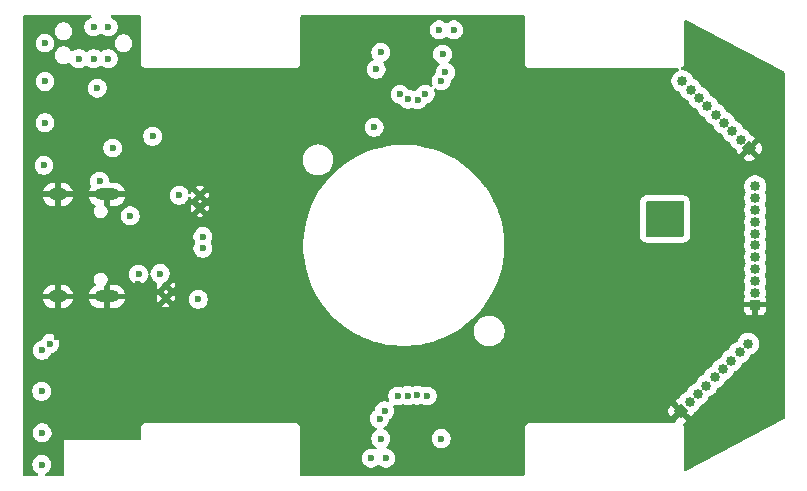
<source format=gbr>
%TF.GenerationSoftware,KiCad,Pcbnew,9.0.3*%
%TF.CreationDate,2025-07-23T20:32:43-05:00*%
%TF.ProjectId,MouseWB5,4d6f7573-6557-4423-952e-6b696361645f,rev?*%
%TF.SameCoordinates,Original*%
%TF.FileFunction,Copper,L4,Inr*%
%TF.FilePolarity,Positive*%
%FSLAX46Y46*%
G04 Gerber Fmt 4.6, Leading zero omitted, Abs format (unit mm)*
G04 Created by KiCad (PCBNEW 9.0.3) date 2025-07-23 20:32:43*
%MOMM*%
%LPD*%
G01*
G04 APERTURE LIST*
G04 Aperture macros list*
%AMHorizOval*
0 Thick line with rounded ends*
0 $1 width*
0 $2 $3 position (X,Y) of the first rounded end (center of the circle)*
0 $4 $5 position (X,Y) of the second rounded end (center of the circle)*
0 Add line between two ends*
20,1,$1,$2,$3,$4,$5,0*
0 Add two circle primitives to create the rounded ends*
1,1,$1,$2,$3*
1,1,$1,$4,$5*%
%AMRotRect*
0 Rectangle, with rotation*
0 The origin of the aperture is its center*
0 $1 length*
0 $2 width*
0 $3 Rotation angle, in degrees counterclockwise*
0 Add horizontal line*
21,1,$1,$2,0,0,$3*%
G04 Aperture macros list end*
%TA.AperFunction,ComponentPad*%
%ADD10R,0.850000X0.850000*%
%TD*%
%TA.AperFunction,ComponentPad*%
%ADD11O,0.850000X0.850000*%
%TD*%
%TA.AperFunction,HeatsinkPad*%
%ADD12C,0.500000*%
%TD*%
%TA.AperFunction,ComponentPad*%
%ADD13O,2.100000X1.000000*%
%TD*%
%TA.AperFunction,ComponentPad*%
%ADD14O,1.600000X1.000000*%
%TD*%
%TA.AperFunction,ComponentPad*%
%ADD15RotRect,0.850000X0.850000X135.000000*%
%TD*%
%TA.AperFunction,ComponentPad*%
%ADD16HorizOval,0.850000X0.000000X0.000000X0.000000X0.000000X0*%
%TD*%
%TA.AperFunction,ComponentPad*%
%ADD17RotRect,0.850000X0.850000X225.000000*%
%TD*%
%TA.AperFunction,ComponentPad*%
%ADD18HorizOval,0.850000X0.000000X0.000000X0.000000X0.000000X0*%
%TD*%
%TA.AperFunction,ViaPad*%
%ADD19C,0.600000*%
%TD*%
G04 APERTURE END LIST*
D10*
%TO.N,GND*%
%TO.C,J2*%
X162500000Y-125000000D03*
D11*
%TO.N,+1V8*%
X162500000Y-124000000D03*
%TO.N,+3V3*%
X162500000Y-123000000D03*
%TO.N,unconnected-(J2-Pin_4-Pad4)*%
X162500000Y-122000000D03*
%TO.N,unconnected-(J2-Pin_5-Pad5)*%
X162500000Y-121000000D03*
%TO.N,unconnected-(J2-Pin_6-Pad6)*%
X162500000Y-120000000D03*
%TO.N,unconnected-(J2-Pin_7-Pad7)*%
X162500000Y-119000000D03*
%TO.N,unconnected-(J2-Pin_8-Pad8)*%
X162500000Y-118000000D03*
%TO.N,unconnected-(J2-Pin_9-Pad9)*%
X162500000Y-117000000D03*
%TO.N,unconnected-(J2-Pin_10-Pad10)*%
X162500000Y-116000000D03*
%TO.N,unconnected-(J2-Pin_11-Pad11)*%
X162500000Y-115000000D03*
%TD*%
D12*
%TO.N,GND*%
%TO.C,U7*%
X115500000Y-116825000D03*
X115500000Y-115725000D03*
%TD*%
D13*
%TO.N,GND*%
%TO.C,J1*%
X107630000Y-115680000D03*
D14*
X103450000Y-115680000D03*
D13*
X107630000Y-124320000D03*
D14*
X103450000Y-124320000D03*
%TD*%
D12*
%TO.N,GND*%
%TO.C,U4*%
X112612500Y-124450000D03*
X112612500Y-123350000D03*
%TD*%
D15*
%TO.N,GND*%
%TO.C,J10*%
X156250000Y-134000000D03*
D16*
%TO.N,+1V8*%
X156957107Y-133292893D03*
%TO.N,+3V3*%
X157664214Y-132585786D03*
%TO.N,unconnected-(J10-Pin_4-Pad4)*%
X158371320Y-131878680D03*
%TO.N,unconnected-(J10-Pin_5-Pad5)*%
X159078427Y-131171573D03*
%TO.N,unconnected-(J10-Pin_6-Pad6)*%
X159785534Y-130464466D03*
%TO.N,unconnected-(J10-Pin_7-Pad7)*%
X160492641Y-129757359D03*
%TO.N,unconnected-(J10-Pin_8-Pad8)*%
X161199747Y-129050253D03*
%TO.N,unconnected-(J10-Pin_9-Pad9)*%
X161906854Y-128343146D03*
%TD*%
D17*
%TO.N,GND*%
%TO.C,J3*%
X162000000Y-111750000D03*
D18*
%TO.N,+1V8*%
X161292893Y-111042893D03*
%TO.N,+3V3*%
X160585786Y-110335786D03*
%TO.N,unconnected-(J3-Pin_4-Pad4)*%
X159878680Y-109628680D03*
%TO.N,unconnected-(J3-Pin_5-Pad5)*%
X159171573Y-108921573D03*
%TO.N,unconnected-(J3-Pin_6-Pad6)*%
X158464466Y-108214466D03*
%TO.N,unconnected-(J3-Pin_7-Pad7)*%
X157757359Y-107507359D03*
%TO.N,unconnected-(J3-Pin_8-Pad8)*%
X157050253Y-106800253D03*
%TO.N,unconnected-(J3-Pin_9-Pad9)*%
X156343146Y-106093146D03*
%TD*%
D19*
%TO.N,Net-(U1-PH3-BOOT0)*%
X106800000Y-106675000D03*
%TO.N,GND*%
X104700000Y-110749000D03*
X109702789Y-114797211D03*
X147800000Y-105500000D03*
X147400000Y-134500000D03*
%TO.N,+BATT*%
X153750000Y-118000000D03*
X131250000Y-138000000D03*
X111500000Y-110750000D03*
X154750000Y-118000000D03*
X137000000Y-101750000D03*
X102104133Y-132336894D03*
X102380087Y-102862847D03*
X102133620Y-135866380D03*
X130000000Y-138000000D03*
X113750000Y-115750000D03*
X135750000Y-101750000D03*
X153750000Y-119000000D03*
X102383620Y-106116380D03*
X102294947Y-113205053D03*
X155750000Y-119000000D03*
X155750000Y-118000000D03*
X102100000Y-138550100D03*
X154750000Y-119000000D03*
X102380087Y-109612847D03*
X112130250Y-122380250D03*
X102133620Y-128866380D03*
%TO.N,VBUS*%
X107000000Y-114552832D03*
X110300000Y-122450000D03*
X109594600Y-117500000D03*
%TO.N,GND*%
X125000000Y-136500000D03*
X159250000Y-137250000D03*
X133500000Y-105000000D03*
X101000000Y-133250000D03*
X154500000Y-113250000D03*
X155500000Y-113250000D03*
X103375000Y-127750000D03*
X105250000Y-101500000D03*
X133500000Y-135000000D03*
X142000000Y-103500000D03*
X139750000Y-101000000D03*
X118000000Y-122000000D03*
X125000000Y-103500000D03*
X155500000Y-114250000D03*
X101000000Y-136750000D03*
X101000000Y-126250000D03*
X101000000Y-103500000D03*
X137250000Y-139000000D03*
X142000000Y-136500000D03*
X101000000Y-129750000D03*
X128250000Y-138500000D03*
X153500000Y-114250000D03*
X157000000Y-138250000D03*
X114500000Y-123500000D03*
X101200000Y-114000000D03*
X154500000Y-114250000D03*
X130250000Y-100750000D03*
X131250000Y-100750000D03*
X136250000Y-139000000D03*
X138000000Y-134000000D03*
X101000000Y-110250000D03*
X113451200Y-120298800D03*
X120750000Y-120000000D03*
X101000000Y-106750000D03*
X159250000Y-102750000D03*
X128750000Y-106000000D03*
X112300000Y-118500000D03*
X103700000Y-137500000D03*
X102750000Y-100800000D03*
X153500000Y-113250000D03*
X157000000Y-101750000D03*
X110250000Y-123250000D03*
%TO.N,+3V3*%
X102800000Y-128306215D03*
%TO.N,/SENSE_LF*%
X136040380Y-103790380D03*
%TO.N,/SENSE_LR*%
X130818037Y-103650000D03*
%TO.N,/SENSE_RF*%
X135931482Y-136350722D03*
%TO.N,/SENSE_RR*%
X130818361Y-136350879D03*
%TO.N,/SWCLK*%
X106500000Y-104200000D03*
%TO.N,/SWO*%
X105250000Y-104200000D03*
%TO.N,/RST*%
X106500000Y-101500000D03*
%TO.N,/SWDIO*%
X107750000Y-104200000D03*
%TO.N,/R_PH_B*%
X133111529Y-132710809D03*
%TO.N,/R_PWM_A*%
X130703793Y-134671414D03*
%TO.N,/R_PWM_B*%
X132250000Y-132750000D03*
%TO.N,/R_RESET*%
X133911402Y-132696607D03*
%TO.N,/R_EN*%
X134750000Y-132750000D03*
%TO.N,/R_PH_A*%
X131129355Y-133993994D03*
%TO.N,/PWRON*%
X115750000Y-120250000D03*
%TO.N,/CHARGE*%
X115750000Y-119250000D03*
%TO.N,/L_PH_A*%
X135934313Y-106065687D03*
%TO.N,/L_EN*%
X132439937Y-107190641D03*
%TO.N,/L_PWM_B*%
X134560063Y-107190641D03*
%TO.N,/L_RESET*%
X133130976Y-107630976D03*
%TO.N,/L_PWM_A*%
X136290689Y-105331378D03*
%TO.N,/L_PH_B*%
X133929303Y-107682719D03*
%TO.N,+1V8*%
X115356037Y-124550000D03*
X108125000Y-111750000D03*
X130415380Y-105084620D03*
X130250000Y-110000000D03*
X107750000Y-101500000D03*
%TD*%
%TA.AperFunction,Conductor*%
%TO.N,GND*%
G36*
X106264849Y-100520185D02*
G01*
X106310604Y-100572989D01*
X106320548Y-100642147D01*
X106291523Y-100705703D01*
X106245262Y-100739061D01*
X106120827Y-100790602D01*
X106120814Y-100790609D01*
X105989711Y-100878210D01*
X105989707Y-100878213D01*
X105878213Y-100989707D01*
X105878210Y-100989711D01*
X105790609Y-101120814D01*
X105790602Y-101120827D01*
X105730264Y-101266498D01*
X105730261Y-101266510D01*
X105699500Y-101421153D01*
X105699500Y-101578846D01*
X105730261Y-101733489D01*
X105730264Y-101733501D01*
X105790602Y-101879172D01*
X105790609Y-101879185D01*
X105878210Y-102010288D01*
X105878213Y-102010292D01*
X105989707Y-102121786D01*
X105989711Y-102121789D01*
X106120814Y-102209390D01*
X106120827Y-102209397D01*
X106266498Y-102269735D01*
X106266503Y-102269737D01*
X106421153Y-102300499D01*
X106421156Y-102300500D01*
X106421158Y-102300500D01*
X106578844Y-102300500D01*
X106578845Y-102300499D01*
X106733497Y-102269737D01*
X106879179Y-102209394D01*
X107010289Y-102121789D01*
X107010292Y-102121786D01*
X107037319Y-102094760D01*
X107098642Y-102061275D01*
X107168334Y-102066259D01*
X107212681Y-102094760D01*
X107239707Y-102121786D01*
X107239711Y-102121789D01*
X107370814Y-102209390D01*
X107370827Y-102209397D01*
X107516498Y-102269735D01*
X107516503Y-102269737D01*
X107671153Y-102300499D01*
X107671156Y-102300500D01*
X107671158Y-102300500D01*
X107828844Y-102300500D01*
X107828845Y-102300499D01*
X107983497Y-102269737D01*
X108129179Y-102209394D01*
X108260289Y-102121789D01*
X108371789Y-102010289D01*
X108459394Y-101879179D01*
X108519737Y-101733497D01*
X108550500Y-101578842D01*
X108550500Y-101421158D01*
X108550500Y-101421155D01*
X108550499Y-101421153D01*
X108545014Y-101393580D01*
X108519737Y-101266503D01*
X108510630Y-101244516D01*
X108459397Y-101120827D01*
X108459390Y-101120814D01*
X108371789Y-100989711D01*
X108371786Y-100989707D01*
X108260292Y-100878213D01*
X108260288Y-100878210D01*
X108129185Y-100790609D01*
X108129172Y-100790602D01*
X108004738Y-100739061D01*
X107950334Y-100695221D01*
X107928269Y-100628926D01*
X107945548Y-100561227D01*
X107996685Y-100513616D01*
X108052190Y-100500500D01*
X110375500Y-100500500D01*
X110442539Y-100520185D01*
X110488294Y-100572989D01*
X110499500Y-100624500D01*
X110499500Y-104565892D01*
X110507174Y-104594532D01*
X110533608Y-104693187D01*
X110543482Y-104710289D01*
X110599500Y-104807314D01*
X110692686Y-104900500D01*
X110806814Y-104966392D01*
X110934108Y-105000500D01*
X110934110Y-105000500D01*
X123565890Y-105000500D01*
X123565892Y-105000500D01*
X123693186Y-104966392D01*
X123807314Y-104900500D01*
X123900500Y-104807314D01*
X123966392Y-104693186D01*
X124000500Y-104565892D01*
X124000500Y-101671153D01*
X134949500Y-101671153D01*
X134949500Y-101828846D01*
X134980261Y-101983489D01*
X134980264Y-101983501D01*
X135040602Y-102129172D01*
X135040609Y-102129185D01*
X135128210Y-102260288D01*
X135128213Y-102260292D01*
X135239707Y-102371786D01*
X135239711Y-102371789D01*
X135370814Y-102459390D01*
X135370827Y-102459397D01*
X135516498Y-102519735D01*
X135516503Y-102519737D01*
X135671153Y-102550499D01*
X135671156Y-102550500D01*
X135671158Y-102550500D01*
X135828844Y-102550500D01*
X135828845Y-102550499D01*
X135983497Y-102519737D01*
X136129179Y-102459394D01*
X136260289Y-102371789D01*
X136260292Y-102371786D01*
X136287319Y-102344760D01*
X136348642Y-102311275D01*
X136418334Y-102316259D01*
X136462681Y-102344760D01*
X136489707Y-102371786D01*
X136489711Y-102371789D01*
X136620814Y-102459390D01*
X136620827Y-102459397D01*
X136766498Y-102519735D01*
X136766503Y-102519737D01*
X136921153Y-102550499D01*
X136921156Y-102550500D01*
X136921158Y-102550500D01*
X137078844Y-102550500D01*
X137078845Y-102550499D01*
X137233497Y-102519737D01*
X137379179Y-102459394D01*
X137510289Y-102371789D01*
X137621789Y-102260289D01*
X137709394Y-102129179D01*
X137769737Y-101983497D01*
X137800500Y-101828842D01*
X137800500Y-101671158D01*
X137800500Y-101671155D01*
X137800499Y-101671153D01*
X137769738Y-101516510D01*
X137769737Y-101516503D01*
X137718821Y-101393580D01*
X137709397Y-101370827D01*
X137709390Y-101370814D01*
X137621789Y-101239711D01*
X137621786Y-101239707D01*
X137510292Y-101128213D01*
X137510288Y-101128210D01*
X137379185Y-101040609D01*
X137379172Y-101040602D01*
X137233501Y-100980264D01*
X137233489Y-100980261D01*
X137078845Y-100949500D01*
X137078842Y-100949500D01*
X136921158Y-100949500D01*
X136921155Y-100949500D01*
X136766510Y-100980261D01*
X136766498Y-100980264D01*
X136620827Y-101040602D01*
X136620814Y-101040609D01*
X136489711Y-101128210D01*
X136489707Y-101128213D01*
X136462681Y-101155240D01*
X136401358Y-101188725D01*
X136331666Y-101183741D01*
X136287319Y-101155240D01*
X136260292Y-101128213D01*
X136260288Y-101128210D01*
X136129185Y-101040609D01*
X136129172Y-101040602D01*
X135983501Y-100980264D01*
X135983489Y-100980261D01*
X135828845Y-100949500D01*
X135828842Y-100949500D01*
X135671158Y-100949500D01*
X135671155Y-100949500D01*
X135516510Y-100980261D01*
X135516498Y-100980264D01*
X135370827Y-101040602D01*
X135370814Y-101040609D01*
X135239711Y-101128210D01*
X135239707Y-101128213D01*
X135128213Y-101239707D01*
X135128210Y-101239711D01*
X135040609Y-101370814D01*
X135040602Y-101370827D01*
X134980264Y-101516498D01*
X134980261Y-101516510D01*
X134949500Y-101671153D01*
X124000500Y-101671153D01*
X124000500Y-100624500D01*
X124020185Y-100557461D01*
X124072989Y-100511706D01*
X124124500Y-100500500D01*
X142875500Y-100500500D01*
X142942539Y-100520185D01*
X142988294Y-100572989D01*
X142999500Y-100624500D01*
X142999500Y-104434108D01*
X142999500Y-104565892D01*
X143007174Y-104594532D01*
X143033608Y-104693187D01*
X143043482Y-104710289D01*
X143099500Y-104807314D01*
X143192686Y-104900500D01*
X143306814Y-104966392D01*
X143434108Y-105000500D01*
X143434110Y-105000500D01*
X155939190Y-105000500D01*
X156006229Y-105020185D01*
X156051984Y-105072989D01*
X156061928Y-105142147D01*
X156032903Y-105205703D01*
X155986642Y-105239061D01*
X155904758Y-105272977D01*
X155904754Y-105272979D01*
X155753178Y-105374259D01*
X155753170Y-105374265D01*
X155624265Y-105503170D01*
X155624259Y-105503178D01*
X155522979Y-105654754D01*
X155522977Y-105654758D01*
X155453214Y-105823183D01*
X155453211Y-105823193D01*
X155417646Y-106001989D01*
X155417646Y-106001992D01*
X155417646Y-106184300D01*
X155417646Y-106184302D01*
X155417645Y-106184302D01*
X155453211Y-106363098D01*
X155453214Y-106363108D01*
X155522977Y-106531533D01*
X155522979Y-106531537D01*
X155624259Y-106683113D01*
X155624265Y-106683121D01*
X155753170Y-106812026D01*
X155753178Y-106812032D01*
X155904754Y-106913312D01*
X155904758Y-106913314D01*
X156026506Y-106963743D01*
X156073188Y-106983079D01*
X156073192Y-106983079D01*
X156076617Y-106984119D01*
X156078195Y-106985153D01*
X156078815Y-106985410D01*
X156078766Y-106985527D01*
X156135055Y-107022418D01*
X156159276Y-107066773D01*
X156160317Y-107070206D01*
X156230084Y-107238640D01*
X156230086Y-107238644D01*
X156331366Y-107390220D01*
X156331372Y-107390228D01*
X156460277Y-107519133D01*
X156460285Y-107519139D01*
X156611861Y-107620419D01*
X156611865Y-107620421D01*
X156780290Y-107690184D01*
X156780295Y-107690186D01*
X156780299Y-107690186D01*
X156783715Y-107691223D01*
X156785290Y-107692255D01*
X156785922Y-107692517D01*
X156785872Y-107692636D01*
X156842155Y-107729517D01*
X156866382Y-107773879D01*
X156867423Y-107777312D01*
X156937190Y-107945746D01*
X156937192Y-107945750D01*
X157038472Y-108097326D01*
X157038478Y-108097334D01*
X157167383Y-108226239D01*
X157167391Y-108226245D01*
X157318967Y-108327525D01*
X157318971Y-108327527D01*
X157474900Y-108392114D01*
X157487401Y-108397292D01*
X157487405Y-108397292D01*
X157490830Y-108398332D01*
X157492408Y-108399366D01*
X157493028Y-108399623D01*
X157492979Y-108399740D01*
X157549268Y-108436631D01*
X157573489Y-108480986D01*
X157574530Y-108484419D01*
X157644297Y-108652853D01*
X157644299Y-108652857D01*
X157745579Y-108804433D01*
X157745585Y-108804441D01*
X157874490Y-108933346D01*
X157874498Y-108933352D01*
X158026074Y-109034632D01*
X158026078Y-109034634D01*
X158190054Y-109102554D01*
X158194508Y-109104399D01*
X158194512Y-109104399D01*
X158197937Y-109105439D01*
X158199515Y-109106473D01*
X158200135Y-109106730D01*
X158200086Y-109106847D01*
X158256375Y-109143738D01*
X158280596Y-109188093D01*
X158281637Y-109191526D01*
X158351404Y-109359960D01*
X158351406Y-109359964D01*
X158452686Y-109511540D01*
X158452692Y-109511548D01*
X158581597Y-109640453D01*
X158581605Y-109640459D01*
X158733181Y-109741739D01*
X158733185Y-109741741D01*
X158901610Y-109811504D01*
X158901615Y-109811506D01*
X158901619Y-109811506D01*
X158905044Y-109812546D01*
X158906622Y-109813580D01*
X158907242Y-109813837D01*
X158907193Y-109813954D01*
X158963482Y-109850845D01*
X158987703Y-109895200D01*
X158988744Y-109898633D01*
X159058511Y-110067067D01*
X159058513Y-110067071D01*
X159159793Y-110218647D01*
X159159799Y-110218655D01*
X159288704Y-110347560D01*
X159288712Y-110347566D01*
X159440288Y-110448846D01*
X159440292Y-110448848D01*
X159588626Y-110510289D01*
X159608722Y-110518613D01*
X159608726Y-110518613D01*
X159612142Y-110519650D01*
X159613717Y-110520682D01*
X159614349Y-110520944D01*
X159614299Y-110521063D01*
X159670582Y-110557944D01*
X159694809Y-110602306D01*
X159695850Y-110605739D01*
X159765617Y-110774173D01*
X159765619Y-110774177D01*
X159866899Y-110925753D01*
X159866905Y-110925761D01*
X159995810Y-111054666D01*
X159995818Y-111054672D01*
X160147394Y-111155952D01*
X160147398Y-111155954D01*
X160315823Y-111225717D01*
X160315828Y-111225719D01*
X160315832Y-111225719D01*
X160319257Y-111226759D01*
X160320835Y-111227793D01*
X160321455Y-111228050D01*
X160321406Y-111228167D01*
X160377695Y-111265058D01*
X160401916Y-111309413D01*
X160402957Y-111312846D01*
X160472724Y-111481280D01*
X160472726Y-111481284D01*
X160574006Y-111632860D01*
X160574012Y-111632868D01*
X160702917Y-111761773D01*
X160702925Y-111761779D01*
X160854493Y-111863053D01*
X160854495Y-111863054D01*
X160854504Y-111863060D01*
X160866672Y-111868100D01*
X160921075Y-111911941D01*
X160932013Y-111931149D01*
X160974004Y-112023096D01*
X160974007Y-112023101D01*
X161011584Y-112069732D01*
X161169148Y-112227296D01*
X161412381Y-111984062D01*
X161473704Y-111950577D01*
X161475647Y-111950172D01*
X161562851Y-111932826D01*
X161700171Y-111875946D01*
X161731280Y-111863061D01*
X161731284Y-111863059D01*
X161766488Y-111839535D01*
X161788060Y-111891614D01*
X161858386Y-111961940D01*
X161950272Y-112000000D01*
X162049728Y-112000000D01*
X162141614Y-111961940D01*
X162211940Y-111891614D01*
X162250000Y-111799728D01*
X162250000Y-111749999D01*
X162353553Y-111749999D01*
X162353553Y-111750001D01*
X162830849Y-112227297D01*
X162830850Y-112227297D01*
X162988415Y-112069732D01*
X163025992Y-112023101D01*
X163025997Y-112023094D01*
X163085719Y-111892321D01*
X163085721Y-111892313D01*
X163106181Y-111750000D01*
X163085721Y-111607686D01*
X163085719Y-111607678D01*
X163025997Y-111476905D01*
X163025992Y-111476898D01*
X162988415Y-111430267D01*
X162830850Y-111272702D01*
X162830849Y-111272702D01*
X162353553Y-111749999D01*
X162250000Y-111749999D01*
X162250000Y-111700272D01*
X162211940Y-111608386D01*
X162141614Y-111538060D01*
X162089535Y-111516488D01*
X162113060Y-111481282D01*
X162182826Y-111312851D01*
X162200128Y-111225867D01*
X162232509Y-111163962D01*
X162234062Y-111162381D01*
X162477296Y-110919148D01*
X162319732Y-110761584D01*
X162273101Y-110724007D01*
X162273096Y-110724004D01*
X162181149Y-110682013D01*
X162128345Y-110636258D01*
X162118100Y-110616672D01*
X162113060Y-110604504D01*
X162111591Y-110602306D01*
X162011779Y-110452925D01*
X162011773Y-110452917D01*
X161882868Y-110324012D01*
X161882860Y-110324006D01*
X161731284Y-110222726D01*
X161731280Y-110222724D01*
X161562846Y-110152957D01*
X161559413Y-110151916D01*
X161557836Y-110150882D01*
X161557224Y-110150629D01*
X161557272Y-110150512D01*
X161500978Y-110113614D01*
X161476759Y-110069257D01*
X161475717Y-110065823D01*
X161405954Y-109897398D01*
X161405952Y-109897394D01*
X161304672Y-109745818D01*
X161304666Y-109745810D01*
X161175761Y-109616905D01*
X161175753Y-109616899D01*
X161024177Y-109515619D01*
X161024173Y-109515617D01*
X160855739Y-109445850D01*
X160852306Y-109444809D01*
X160850729Y-109443775D01*
X160850117Y-109443522D01*
X160850165Y-109443405D01*
X160793871Y-109406507D01*
X160769650Y-109362142D01*
X160768611Y-109358717D01*
X160698848Y-109190292D01*
X160698846Y-109190288D01*
X160597566Y-109038712D01*
X160597560Y-109038704D01*
X160468655Y-108909799D01*
X160468647Y-108909793D01*
X160317071Y-108808513D01*
X160317067Y-108808511D01*
X160148633Y-108738744D01*
X160145200Y-108737703D01*
X160143623Y-108736669D01*
X160143011Y-108736416D01*
X160143059Y-108736299D01*
X160086765Y-108699401D01*
X160062546Y-108655044D01*
X160061504Y-108651610D01*
X159991741Y-108483185D01*
X159991739Y-108483181D01*
X159890459Y-108331605D01*
X159890453Y-108331597D01*
X159761548Y-108202692D01*
X159761540Y-108202686D01*
X159609964Y-108101406D01*
X159609960Y-108101404D01*
X159441526Y-108031637D01*
X159438093Y-108030596D01*
X159436516Y-108029562D01*
X159435904Y-108029309D01*
X159435952Y-108029192D01*
X159379658Y-107992294D01*
X159355439Y-107947937D01*
X159354397Y-107944503D01*
X159284634Y-107776078D01*
X159284632Y-107776074D01*
X159183352Y-107624498D01*
X159183346Y-107624490D01*
X159054441Y-107495585D01*
X159054433Y-107495579D01*
X158902857Y-107394299D01*
X158902853Y-107394297D01*
X158734419Y-107324530D01*
X158730986Y-107323489D01*
X158729409Y-107322455D01*
X158728797Y-107322202D01*
X158728845Y-107322085D01*
X158672551Y-107285187D01*
X158648332Y-107240830D01*
X158647290Y-107237396D01*
X158577527Y-107068971D01*
X158577525Y-107068967D01*
X158476245Y-106917391D01*
X158476239Y-106917383D01*
X158347334Y-106788478D01*
X158347326Y-106788472D01*
X158195750Y-106687192D01*
X158195746Y-106687190D01*
X158027312Y-106617423D01*
X158023879Y-106616382D01*
X158022302Y-106615348D01*
X158021690Y-106615095D01*
X158021738Y-106614978D01*
X157965444Y-106578080D01*
X157941223Y-106533715D01*
X157940184Y-106530290D01*
X157870421Y-106361865D01*
X157870419Y-106361861D01*
X157769139Y-106210285D01*
X157769133Y-106210277D01*
X157640228Y-106081372D01*
X157640220Y-106081366D01*
X157488644Y-105980086D01*
X157488640Y-105980084D01*
X157320206Y-105910317D01*
X157316773Y-105909276D01*
X157315196Y-105908242D01*
X157314584Y-105907989D01*
X157314632Y-105907872D01*
X157258338Y-105870974D01*
X157234119Y-105826617D01*
X157233077Y-105823183D01*
X157163314Y-105654758D01*
X157163312Y-105654754D01*
X157062032Y-105503178D01*
X157062026Y-105503170D01*
X156933121Y-105374265D01*
X156933113Y-105374259D01*
X156781537Y-105272979D01*
X156781533Y-105272977D01*
X156613108Y-105203214D01*
X156613098Y-105203211D01*
X156434302Y-105167646D01*
X156434300Y-105167646D01*
X156307378Y-105167646D01*
X156240339Y-105147961D01*
X156194584Y-105095157D01*
X156184640Y-105025999D01*
X156213665Y-104962443D01*
X156245378Y-104936259D01*
X156251448Y-104932753D01*
X156307314Y-104900500D01*
X156400500Y-104807314D01*
X156466392Y-104693186D01*
X156500500Y-104565892D01*
X156500500Y-101034399D01*
X156520185Y-100967360D01*
X156572989Y-100921605D01*
X156642147Y-100911661D01*
X156682250Y-100924668D01*
X164905201Y-105252536D01*
X164933253Y-105267300D01*
X164983409Y-105315943D01*
X164999500Y-105377030D01*
X164999500Y-134622968D01*
X164979815Y-134690007D01*
X164933253Y-134732698D01*
X156682253Y-139075329D01*
X156613760Y-139089133D01*
X156548677Y-139063716D01*
X156507668Y-139007148D01*
X156500500Y-138965599D01*
X156500500Y-135434110D01*
X156500500Y-135434108D01*
X156466392Y-135306814D01*
X156466390Y-135306810D01*
X156418124Y-135223211D01*
X156401651Y-135155311D01*
X156424503Y-135089284D01*
X156474001Y-135048416D01*
X156523097Y-135025994D01*
X156523101Y-135025992D01*
X156569732Y-134988415D01*
X156727297Y-134830850D01*
X156727297Y-134830849D01*
X156250001Y-134353553D01*
X156250000Y-134353553D01*
X155772702Y-134830849D01*
X155772702Y-134875500D01*
X155753017Y-134942539D01*
X155700213Y-134988294D01*
X155648702Y-134999500D01*
X143434108Y-134999500D01*
X143306812Y-135033608D01*
X143192686Y-135099500D01*
X143192683Y-135099502D01*
X143099502Y-135192683D01*
X143099500Y-135192686D01*
X143033608Y-135306812D01*
X142999500Y-135434108D01*
X142999500Y-139375500D01*
X142979815Y-139442539D01*
X142927011Y-139488294D01*
X142875500Y-139499500D01*
X124124500Y-139499500D01*
X124057461Y-139479815D01*
X124011706Y-139427011D01*
X124000500Y-139375500D01*
X124000500Y-137921153D01*
X129199500Y-137921153D01*
X129199500Y-138078846D01*
X129230261Y-138233489D01*
X129230264Y-138233501D01*
X129290602Y-138379172D01*
X129290609Y-138379185D01*
X129378210Y-138510288D01*
X129378213Y-138510292D01*
X129489707Y-138621786D01*
X129489711Y-138621789D01*
X129620814Y-138709390D01*
X129620827Y-138709397D01*
X129766498Y-138769735D01*
X129766503Y-138769737D01*
X129921153Y-138800499D01*
X129921156Y-138800500D01*
X129921158Y-138800500D01*
X130078844Y-138800500D01*
X130078845Y-138800499D01*
X130233497Y-138769737D01*
X130379179Y-138709394D01*
X130510289Y-138621789D01*
X130510292Y-138621786D01*
X130537319Y-138594760D01*
X130598642Y-138561275D01*
X130668334Y-138566259D01*
X130712681Y-138594760D01*
X130739707Y-138621786D01*
X130739711Y-138621789D01*
X130870814Y-138709390D01*
X130870827Y-138709397D01*
X131016498Y-138769735D01*
X131016503Y-138769737D01*
X131171153Y-138800499D01*
X131171156Y-138800500D01*
X131171158Y-138800500D01*
X131328844Y-138800500D01*
X131328845Y-138800499D01*
X131483497Y-138769737D01*
X131629179Y-138709394D01*
X131760289Y-138621789D01*
X131871789Y-138510289D01*
X131959394Y-138379179D01*
X132019737Y-138233497D01*
X132050500Y-138078842D01*
X132050500Y-137921158D01*
X132050500Y-137921155D01*
X132050499Y-137921153D01*
X132019737Y-137766503D01*
X132012736Y-137749600D01*
X131959397Y-137620827D01*
X131959390Y-137620814D01*
X131871789Y-137489711D01*
X131871786Y-137489707D01*
X131760292Y-137378213D01*
X131760288Y-137378210D01*
X131629185Y-137290609D01*
X131629172Y-137290602D01*
X131483501Y-137230264D01*
X131483491Y-137230261D01*
X131360703Y-137205837D01*
X131298792Y-137173452D01*
X131264218Y-137112736D01*
X131267958Y-137042967D01*
X131308825Y-136986295D01*
X131316005Y-136981117D01*
X131328650Y-136972668D01*
X131440150Y-136861168D01*
X131527755Y-136730058D01*
X131588098Y-136584376D01*
X131618861Y-136429721D01*
X131618861Y-136272037D01*
X131618829Y-136271877D01*
X131618829Y-136271875D01*
X135130982Y-136271875D01*
X135130982Y-136429568D01*
X135161743Y-136584211D01*
X135161746Y-136584223D01*
X135222084Y-136729894D01*
X135222091Y-136729907D01*
X135309692Y-136861010D01*
X135309695Y-136861014D01*
X135421189Y-136972508D01*
X135421193Y-136972511D01*
X135552296Y-137060112D01*
X135552309Y-137060119D01*
X135679340Y-137112736D01*
X135697985Y-137120459D01*
X135852635Y-137151221D01*
X135852638Y-137151222D01*
X135852640Y-137151222D01*
X136010326Y-137151222D01*
X136010327Y-137151221D01*
X136164979Y-137120459D01*
X136310661Y-137060116D01*
X136441771Y-136972511D01*
X136553271Y-136861011D01*
X136640876Y-136729901D01*
X136701219Y-136584219D01*
X136731982Y-136429564D01*
X136731982Y-136271880D01*
X136731982Y-136271877D01*
X136731981Y-136271875D01*
X136726745Y-136245552D01*
X136701219Y-136117225D01*
X136694030Y-136099869D01*
X136640879Y-135971549D01*
X136640872Y-135971536D01*
X136553271Y-135840433D01*
X136553268Y-135840429D01*
X136441774Y-135728935D01*
X136441770Y-135728932D01*
X136310667Y-135641331D01*
X136310654Y-135641324D01*
X136164983Y-135580986D01*
X136164971Y-135580983D01*
X136010327Y-135550222D01*
X136010324Y-135550222D01*
X135852640Y-135550222D01*
X135852637Y-135550222D01*
X135697992Y-135580983D01*
X135697980Y-135580986D01*
X135552309Y-135641324D01*
X135552296Y-135641331D01*
X135421193Y-135728932D01*
X135421189Y-135728935D01*
X135309695Y-135840429D01*
X135309692Y-135840433D01*
X135222091Y-135971536D01*
X135222084Y-135971549D01*
X135161746Y-136117220D01*
X135161743Y-136117232D01*
X135130982Y-136271875D01*
X131618829Y-136271875D01*
X131588099Y-136117389D01*
X131588098Y-136117382D01*
X131580844Y-136099869D01*
X131527758Y-135971706D01*
X131527751Y-135971693D01*
X131440150Y-135840590D01*
X131440147Y-135840586D01*
X131328653Y-135729092D01*
X131328649Y-135729089D01*
X131197546Y-135641488D01*
X131197533Y-135641481D01*
X131100310Y-135601211D01*
X131045906Y-135557371D01*
X131023841Y-135491076D01*
X131041120Y-135423377D01*
X131078872Y-135383548D01*
X131192963Y-135307314D01*
X131214082Y-135293203D01*
X131325582Y-135181703D01*
X131413187Y-135050593D01*
X131473530Y-134904911D01*
X131504293Y-134750256D01*
X131504293Y-134750254D01*
X131504374Y-134749847D01*
X131536758Y-134687936D01*
X131557091Y-134670942D01*
X131639644Y-134615783D01*
X131751144Y-134504283D01*
X131838749Y-134373173D01*
X131899092Y-134227491D01*
X131929855Y-134072836D01*
X131929855Y-134000000D01*
X155143818Y-134000000D01*
X155164278Y-134142313D01*
X155164280Y-134142321D01*
X155224002Y-134273094D01*
X155224007Y-134273101D01*
X155261584Y-134319732D01*
X155419149Y-134477297D01*
X155896446Y-134000000D01*
X155896446Y-133999999D01*
X155419150Y-133522702D01*
X155419148Y-133522702D01*
X155261588Y-133680262D01*
X155224007Y-133726898D01*
X155224002Y-133726905D01*
X155164280Y-133857678D01*
X155164278Y-133857686D01*
X155143818Y-134000000D01*
X131929855Y-134000000D01*
X131929855Y-133915152D01*
X131929855Y-133915149D01*
X131929854Y-133915147D01*
X131918424Y-133857686D01*
X131899092Y-133760497D01*
X131868492Y-133686621D01*
X131861023Y-133617152D01*
X131892298Y-133554673D01*
X131952387Y-133519021D01*
X132010176Y-133520317D01*
X132010528Y-133518549D01*
X132171153Y-133550499D01*
X132171156Y-133550500D01*
X132171158Y-133550500D01*
X132328844Y-133550500D01*
X132328845Y-133550499D01*
X132483497Y-133519737D01*
X132629179Y-133459394D01*
X132636952Y-133454200D01*
X132649758Y-133445644D01*
X132716435Y-133424765D01*
X132766102Y-133434184D01*
X132866745Y-133475871D01*
X132878032Y-133480546D01*
X133032682Y-133511308D01*
X133032685Y-133511309D01*
X133032687Y-133511309D01*
X133190373Y-133511309D01*
X133190374Y-133511308D01*
X133345026Y-133480546D01*
X133481157Y-133424158D01*
X133550626Y-133416690D01*
X133576057Y-133424157D01*
X133677905Y-133466344D01*
X133797711Y-133490175D01*
X133832555Y-133497106D01*
X133832558Y-133497107D01*
X133832560Y-133497107D01*
X133990246Y-133497107D01*
X133990247Y-133497106D01*
X134144899Y-133466344D01*
X134229551Y-133431279D01*
X134299021Y-133423811D01*
X134345894Y-133442738D01*
X134370821Y-133459394D01*
X134370827Y-133459396D01*
X134370828Y-133459397D01*
X134461869Y-133497107D01*
X134516503Y-133519737D01*
X134671153Y-133550499D01*
X134671156Y-133550500D01*
X134671158Y-133550500D01*
X134828844Y-133550500D01*
X134828845Y-133550499D01*
X134983497Y-133519737D01*
X135129179Y-133459394D01*
X135260289Y-133371789D01*
X135371789Y-133260289D01*
X135432688Y-133169148D01*
X155772702Y-133169148D01*
X156015936Y-133412381D01*
X156049421Y-133473704D01*
X156049872Y-133475871D01*
X156067172Y-133562845D01*
X156067175Y-133562855D01*
X156136938Y-133731280D01*
X156136940Y-133731284D01*
X156160463Y-133766489D01*
X156108386Y-133788060D01*
X156038060Y-133858386D01*
X156000000Y-133950272D01*
X156000000Y-134049728D01*
X156038060Y-134141614D01*
X156108386Y-134211940D01*
X156200272Y-134250000D01*
X156299728Y-134250000D01*
X156391614Y-134211940D01*
X156461940Y-134141614D01*
X156483511Y-134089536D01*
X156518715Y-134113059D01*
X156518719Y-134113061D01*
X156634748Y-134161121D01*
X156687149Y-134182826D01*
X156774130Y-134200128D01*
X156836036Y-134232510D01*
X156837617Y-134234062D01*
X157080850Y-134477296D01*
X157238411Y-134319736D01*
X157238415Y-134319732D01*
X157275992Y-134273101D01*
X157275993Y-134273100D01*
X157317985Y-134181150D01*
X157363740Y-134128346D01*
X157383327Y-134118100D01*
X157395496Y-134113060D01*
X157547079Y-134011776D01*
X157675990Y-133882865D01*
X157777274Y-133731282D01*
X157847040Y-133562851D01*
X157847042Y-133562840D01*
X157848080Y-133559421D01*
X157849114Y-133557842D01*
X157849371Y-133557223D01*
X157849488Y-133557271D01*
X157886379Y-133500983D01*
X157930742Y-133476759D01*
X157934161Y-133475721D01*
X157934172Y-133475719D01*
X158071492Y-133418839D01*
X158102601Y-133405954D01*
X158102605Y-133405952D01*
X158177886Y-133355650D01*
X158254186Y-133304669D01*
X158383097Y-133175758D01*
X158469606Y-133046288D01*
X158484380Y-133024177D01*
X158484382Y-133024173D01*
X158507636Y-132968031D01*
X158554147Y-132855744D01*
X158554148Y-132855736D01*
X158555187Y-132852315D01*
X158556221Y-132850736D01*
X158556478Y-132850117D01*
X158556595Y-132850165D01*
X158593486Y-132793877D01*
X158637849Y-132769653D01*
X158641270Y-132768614D01*
X158641278Y-132768613D01*
X158768122Y-132716073D01*
X158809707Y-132698848D01*
X158809711Y-132698846D01*
X158884992Y-132648544D01*
X158961292Y-132597563D01*
X159090203Y-132468652D01*
X159155576Y-132370814D01*
X159191486Y-132317071D01*
X159191488Y-132317067D01*
X159204373Y-132285958D01*
X159261253Y-132148638D01*
X159261255Y-132148627D01*
X159262293Y-132145208D01*
X159263327Y-132143629D01*
X159263584Y-132143010D01*
X159263701Y-132143058D01*
X159300592Y-132086770D01*
X159344955Y-132062546D01*
X159348374Y-132061508D01*
X159348385Y-132061506D01*
X159506971Y-131995818D01*
X159516814Y-131991741D01*
X159516818Y-131991739D01*
X159613904Y-131926868D01*
X159668399Y-131890456D01*
X159797310Y-131761545D01*
X159898594Y-131609962D01*
X159968360Y-131441531D01*
X159968362Y-131441520D01*
X159969400Y-131438101D01*
X159970434Y-131436522D01*
X159970691Y-131435903D01*
X159970808Y-131435951D01*
X160007699Y-131379663D01*
X160052062Y-131355439D01*
X160055481Y-131354401D01*
X160055492Y-131354399D01*
X160192812Y-131297519D01*
X160223921Y-131284634D01*
X160223925Y-131284632D01*
X160299206Y-131234330D01*
X160375506Y-131183349D01*
X160504417Y-131054438D01*
X160603177Y-130906633D01*
X160605700Y-130902857D01*
X160605702Y-130902853D01*
X160618587Y-130871744D01*
X160675467Y-130734424D01*
X160675469Y-130734413D01*
X160676507Y-130730994D01*
X160677541Y-130729415D01*
X160677798Y-130728796D01*
X160677915Y-130728844D01*
X160714806Y-130672556D01*
X160759169Y-130648332D01*
X160762588Y-130647294D01*
X160762599Y-130647292D01*
X160899919Y-130590412D01*
X160931028Y-130577527D01*
X160931032Y-130577525D01*
X161006313Y-130527223D01*
X161082613Y-130476242D01*
X161211524Y-130347331D01*
X161310284Y-130199526D01*
X161312807Y-130195750D01*
X161312809Y-130195746D01*
X161382572Y-130027321D01*
X161382574Y-130027317D01*
X161382575Y-130027309D01*
X161383614Y-130023888D01*
X161384648Y-130022309D01*
X161384905Y-130021690D01*
X161385022Y-130021738D01*
X161421913Y-129965450D01*
X161466276Y-129941226D01*
X161469697Y-129940187D01*
X161469705Y-129940186D01*
X161628291Y-129874498D01*
X161638134Y-129870421D01*
X161638138Y-129870419D01*
X161713419Y-129820117D01*
X161789719Y-129769136D01*
X161918630Y-129640225D01*
X161979400Y-129549276D01*
X162019913Y-129488644D01*
X162019915Y-129488640D01*
X162066294Y-129376669D01*
X162089680Y-129320211D01*
X162089682Y-129320200D01*
X162090720Y-129316781D01*
X162091754Y-129315202D01*
X162092011Y-129314583D01*
X162092128Y-129314631D01*
X162129019Y-129258343D01*
X162173382Y-129234119D01*
X162176801Y-129233081D01*
X162176812Y-129233079D01*
X162335398Y-129167391D01*
X162345241Y-129163314D01*
X162345245Y-129163312D01*
X162456338Y-129089082D01*
X162496826Y-129062029D01*
X162625737Y-128933118D01*
X162723010Y-128787538D01*
X162727020Y-128781537D01*
X162727022Y-128781533D01*
X162766844Y-128685394D01*
X162796787Y-128613104D01*
X162821833Y-128487194D01*
X162832354Y-128434302D01*
X162832354Y-128251989D01*
X162796788Y-128073193D01*
X162796787Y-128073192D01*
X162796787Y-128073188D01*
X162792878Y-128063750D01*
X162727022Y-127904758D01*
X162727020Y-127904754D01*
X162625740Y-127753178D01*
X162625734Y-127753170D01*
X162496829Y-127624265D01*
X162496821Y-127624259D01*
X162345245Y-127522979D01*
X162345241Y-127522977D01*
X162176816Y-127453214D01*
X162176806Y-127453211D01*
X161998010Y-127417646D01*
X161998008Y-127417646D01*
X161815700Y-127417646D01*
X161815698Y-127417646D01*
X161636901Y-127453211D01*
X161636891Y-127453214D01*
X161468466Y-127522977D01*
X161468462Y-127522979D01*
X161316886Y-127624259D01*
X161316878Y-127624265D01*
X161187973Y-127753170D01*
X161187967Y-127753178D01*
X161086687Y-127904754D01*
X161086685Y-127904758D01*
X161016918Y-128073192D01*
X161015876Y-128076629D01*
X161014842Y-128078206D01*
X161014590Y-128078815D01*
X161014474Y-128078767D01*
X160977572Y-128135063D01*
X160933230Y-128159275D01*
X160929793Y-128160317D01*
X160761359Y-128230084D01*
X160761355Y-128230086D01*
X160609779Y-128331366D01*
X160609771Y-128331372D01*
X160480866Y-128460277D01*
X160480860Y-128460285D01*
X160379580Y-128611861D01*
X160379578Y-128611865D01*
X160309810Y-128780301D01*
X160308768Y-128783738D01*
X160307734Y-128785314D01*
X160307483Y-128785922D01*
X160307367Y-128785874D01*
X160270462Y-128842171D01*
X160226126Y-128866380D01*
X160222689Y-128867422D01*
X160054253Y-128937190D01*
X160054249Y-128937192D01*
X159902673Y-129038472D01*
X159902665Y-129038478D01*
X159773760Y-129167383D01*
X159773754Y-129167391D01*
X159672474Y-129318967D01*
X159672472Y-129318971D01*
X159602705Y-129487405D01*
X159601663Y-129490842D01*
X159600629Y-129492419D01*
X159600377Y-129493028D01*
X159600261Y-129492980D01*
X159563359Y-129549276D01*
X159519017Y-129573488D01*
X159515580Y-129574530D01*
X159347146Y-129644297D01*
X159347142Y-129644299D01*
X159195566Y-129745579D01*
X159195558Y-129745585D01*
X159066653Y-129874490D01*
X159066647Y-129874498D01*
X158965367Y-130026074D01*
X158965365Y-130026078D01*
X158895598Y-130194512D01*
X158894556Y-130197949D01*
X158893522Y-130199526D01*
X158893270Y-130200135D01*
X158893154Y-130200087D01*
X158856252Y-130256383D01*
X158811910Y-130280595D01*
X158808473Y-130281637D01*
X158640039Y-130351404D01*
X158640035Y-130351406D01*
X158488459Y-130452686D01*
X158488451Y-130452692D01*
X158359546Y-130581597D01*
X158359540Y-130581605D01*
X158258260Y-130733181D01*
X158258258Y-130733185D01*
X158188491Y-130901619D01*
X158187449Y-130905056D01*
X158186415Y-130906633D01*
X158186163Y-130907242D01*
X158186047Y-130907194D01*
X158149145Y-130963490D01*
X158104803Y-130987702D01*
X158101366Y-130988744D01*
X157932932Y-131058511D01*
X157932928Y-131058513D01*
X157781352Y-131159793D01*
X157781344Y-131159799D01*
X157652439Y-131288704D01*
X157652433Y-131288712D01*
X157551153Y-131440288D01*
X157551151Y-131440292D01*
X157481383Y-131608728D01*
X157480341Y-131612165D01*
X157479307Y-131613741D01*
X157479056Y-131614349D01*
X157478940Y-131614301D01*
X157442035Y-131670598D01*
X157397699Y-131694807D01*
X157394262Y-131695849D01*
X157225826Y-131765617D01*
X157225822Y-131765619D01*
X157074246Y-131866899D01*
X157074238Y-131866905D01*
X156945333Y-131995810D01*
X156945327Y-131995818D01*
X156844047Y-132147394D01*
X156844045Y-132147398D01*
X156774278Y-132315832D01*
X156773236Y-132319269D01*
X156772202Y-132320846D01*
X156771950Y-132321455D01*
X156771834Y-132321407D01*
X156734932Y-132377703D01*
X156690590Y-132401915D01*
X156687153Y-132402957D01*
X156518719Y-132472724D01*
X156518715Y-132472726D01*
X156367139Y-132574006D01*
X156367131Y-132574012D01*
X156238223Y-132702920D01*
X156136943Y-132854497D01*
X156136938Y-132854506D01*
X156131898Y-132866675D01*
X156088055Y-132921077D01*
X156068850Y-132932013D01*
X155976903Y-132974004D01*
X155976898Y-132974007D01*
X155930262Y-133011588D01*
X155772702Y-133169148D01*
X135432688Y-133169148D01*
X135459394Y-133129179D01*
X135519737Y-132983497D01*
X135550500Y-132828842D01*
X135550500Y-132671158D01*
X135550500Y-132671155D01*
X135550499Y-132671153D01*
X135519737Y-132516503D01*
X135477999Y-132415738D01*
X135459397Y-132370827D01*
X135459390Y-132370814D01*
X135371789Y-132239711D01*
X135371786Y-132239707D01*
X135260292Y-132128213D01*
X135260288Y-132128210D01*
X135129185Y-132040609D01*
X135129172Y-132040602D01*
X134983501Y-131980264D01*
X134983489Y-131980261D01*
X134828845Y-131949500D01*
X134828842Y-131949500D01*
X134671158Y-131949500D01*
X134671155Y-131949500D01*
X134516510Y-131980261D01*
X134516503Y-131980263D01*
X134431848Y-132015327D01*
X134362379Y-132022794D01*
X134315507Y-132003868D01*
X134311837Y-132001416D01*
X134290581Y-131987213D01*
X134290578Y-131987211D01*
X134290573Y-131987209D01*
X134144903Y-131926871D01*
X134144891Y-131926868D01*
X133990247Y-131896107D01*
X133990244Y-131896107D01*
X133832560Y-131896107D01*
X133832557Y-131896107D01*
X133677912Y-131926868D01*
X133677900Y-131926871D01*
X133541773Y-131983256D01*
X133472303Y-131990725D01*
X133446869Y-131983256D01*
X133345030Y-131941073D01*
X133345018Y-131941070D01*
X133190374Y-131910309D01*
X133190371Y-131910309D01*
X133032687Y-131910309D01*
X133032684Y-131910309D01*
X132878039Y-131941070D01*
X132878027Y-131941073D01*
X132732357Y-132001411D01*
X132732348Y-132001416D01*
X132711767Y-132015168D01*
X132645089Y-132036044D01*
X132595426Y-132026625D01*
X132483497Y-131980263D01*
X132483489Y-131980261D01*
X132328845Y-131949500D01*
X132328842Y-131949500D01*
X132171158Y-131949500D01*
X132171155Y-131949500D01*
X132016510Y-131980261D01*
X132016498Y-131980264D01*
X131870827Y-132040602D01*
X131870814Y-132040609D01*
X131739711Y-132128210D01*
X131739707Y-132128213D01*
X131628213Y-132239707D01*
X131628210Y-132239711D01*
X131540609Y-132370814D01*
X131540602Y-132370827D01*
X131480264Y-132516498D01*
X131480261Y-132516510D01*
X131449500Y-132671153D01*
X131449500Y-132828846D01*
X131480261Y-132983489D01*
X131480264Y-132983501D01*
X131510862Y-133057372D01*
X131518331Y-133126842D01*
X131487055Y-133189321D01*
X131426966Y-133224972D01*
X131369177Y-133223681D01*
X131368827Y-133225445D01*
X131208200Y-133193494D01*
X131208197Y-133193494D01*
X131050513Y-133193494D01*
X131050510Y-133193494D01*
X130895865Y-133224255D01*
X130895853Y-133224258D01*
X130750182Y-133284596D01*
X130750169Y-133284603D01*
X130619066Y-133372204D01*
X130619062Y-133372207D01*
X130507568Y-133483701D01*
X130507565Y-133483705D01*
X130419964Y-133614808D01*
X130419957Y-133614821D01*
X130359619Y-133760492D01*
X130359616Y-133760502D01*
X130328773Y-133915561D01*
X130296388Y-133977472D01*
X130276047Y-133994471D01*
X130193504Y-134049624D01*
X130193500Y-134049627D01*
X130082006Y-134161121D01*
X130082003Y-134161125D01*
X129994402Y-134292228D01*
X129994395Y-134292241D01*
X129934057Y-134437912D01*
X129934054Y-134437924D01*
X129903293Y-134592567D01*
X129903293Y-134750260D01*
X129934054Y-134904903D01*
X129934057Y-134904915D01*
X129994395Y-135050586D01*
X129994402Y-135050599D01*
X130082003Y-135181702D01*
X130082006Y-135181706D01*
X130193500Y-135293200D01*
X130193504Y-135293203D01*
X130324607Y-135380804D01*
X130324611Y-135380806D01*
X130324614Y-135380808D01*
X130421846Y-135421082D01*
X130476246Y-135464921D01*
X130498312Y-135531215D01*
X130481033Y-135598914D01*
X130443282Y-135638744D01*
X130308072Y-135729089D01*
X130308068Y-135729092D01*
X130196574Y-135840586D01*
X130196571Y-135840590D01*
X130108970Y-135971693D01*
X130108963Y-135971706D01*
X130048625Y-136117377D01*
X130048622Y-136117389D01*
X130017861Y-136272032D01*
X130017861Y-136429725D01*
X130048622Y-136584368D01*
X130048625Y-136584380D01*
X130108963Y-136730051D01*
X130108970Y-136730064D01*
X130196571Y-136861167D01*
X130196574Y-136861171D01*
X130308068Y-136972665D01*
X130308072Y-136972668D01*
X130397178Y-137032207D01*
X130441983Y-137085819D01*
X130450690Y-137155144D01*
X130420536Y-137218171D01*
X130361093Y-137254891D01*
X130291234Y-137253644D01*
X130280836Y-137249871D01*
X130260711Y-137241535D01*
X130233497Y-137230263D01*
X130233493Y-137230262D01*
X130233489Y-137230261D01*
X130078845Y-137199500D01*
X130078842Y-137199500D01*
X129921158Y-137199500D01*
X129921155Y-137199500D01*
X129766510Y-137230261D01*
X129766498Y-137230264D01*
X129620827Y-137290602D01*
X129620814Y-137290609D01*
X129489711Y-137378210D01*
X129489707Y-137378213D01*
X129378213Y-137489707D01*
X129378210Y-137489711D01*
X129290609Y-137620814D01*
X129290602Y-137620827D01*
X129230264Y-137766498D01*
X129230261Y-137766510D01*
X129199500Y-137921153D01*
X124000500Y-137921153D01*
X124000500Y-135434110D01*
X124000500Y-135434108D01*
X123966392Y-135306814D01*
X123900500Y-135192686D01*
X123807314Y-135099500D01*
X123749083Y-135065880D01*
X123693187Y-135033608D01*
X123604291Y-135009789D01*
X123565892Y-134999500D01*
X111065892Y-134999500D01*
X110934108Y-134999500D01*
X110806812Y-135033608D01*
X110692686Y-135099500D01*
X110692683Y-135099502D01*
X110599502Y-135192683D01*
X110599500Y-135192686D01*
X110533608Y-135306812D01*
X110499500Y-135434108D01*
X110499500Y-136376000D01*
X110479815Y-136443039D01*
X110427011Y-136488794D01*
X110375500Y-136500000D01*
X104000000Y-136500000D01*
X104000000Y-139375500D01*
X103980315Y-139442539D01*
X103927511Y-139488294D01*
X103876000Y-139499500D01*
X102523144Y-139499500D01*
X102456105Y-139479815D01*
X102410350Y-139427011D01*
X102400406Y-139357853D01*
X102429431Y-139294297D01*
X102475691Y-139260939D01*
X102476606Y-139260559D01*
X102479179Y-139259494D01*
X102610289Y-139171889D01*
X102721789Y-139060389D01*
X102809394Y-138929279D01*
X102869737Y-138783597D01*
X102900500Y-138628942D01*
X102900500Y-138471258D01*
X102900500Y-138471255D01*
X102900499Y-138471253D01*
X102869738Y-138316610D01*
X102869737Y-138316603D01*
X102869735Y-138316598D01*
X102809397Y-138170927D01*
X102809390Y-138170914D01*
X102721789Y-138039811D01*
X102721786Y-138039807D01*
X102610292Y-137928313D01*
X102610288Y-137928310D01*
X102479185Y-137840709D01*
X102479172Y-137840702D01*
X102333501Y-137780364D01*
X102333489Y-137780361D01*
X102178845Y-137749600D01*
X102178842Y-137749600D01*
X102021158Y-137749600D01*
X102021155Y-137749600D01*
X101866510Y-137780361D01*
X101866498Y-137780364D01*
X101720827Y-137840702D01*
X101720814Y-137840709D01*
X101589711Y-137928310D01*
X101589707Y-137928313D01*
X101478213Y-138039807D01*
X101478210Y-138039811D01*
X101390609Y-138170914D01*
X101390602Y-138170927D01*
X101330264Y-138316598D01*
X101330261Y-138316610D01*
X101299500Y-138471253D01*
X101299500Y-138628946D01*
X101330261Y-138783589D01*
X101330264Y-138783601D01*
X101390602Y-138929272D01*
X101390609Y-138929285D01*
X101478210Y-139060388D01*
X101478213Y-139060392D01*
X101589707Y-139171886D01*
X101589711Y-139171889D01*
X101720814Y-139259490D01*
X101720818Y-139259492D01*
X101720821Y-139259494D01*
X101722597Y-139260229D01*
X101724309Y-139260939D01*
X101725853Y-139262183D01*
X101726191Y-139262364D01*
X101726156Y-139262428D01*
X101778712Y-139304780D01*
X101800777Y-139371074D01*
X101783498Y-139438774D01*
X101732360Y-139486384D01*
X101676856Y-139499500D01*
X100624500Y-139499500D01*
X100557461Y-139479815D01*
X100511706Y-139427011D01*
X100500500Y-139375500D01*
X100500500Y-135787533D01*
X101333120Y-135787533D01*
X101333120Y-135945226D01*
X101363881Y-136099869D01*
X101363884Y-136099881D01*
X101424222Y-136245552D01*
X101424229Y-136245565D01*
X101511830Y-136376668D01*
X101511833Y-136376672D01*
X101623327Y-136488166D01*
X101623331Y-136488169D01*
X101754434Y-136575770D01*
X101754447Y-136575777D01*
X101900118Y-136636115D01*
X101900123Y-136636117D01*
X102054773Y-136666879D01*
X102054776Y-136666880D01*
X102054778Y-136666880D01*
X102212464Y-136666880D01*
X102212465Y-136666879D01*
X102367117Y-136636117D01*
X102512799Y-136575774D01*
X102643909Y-136488169D01*
X102755409Y-136376669D01*
X102843014Y-136245559D01*
X102903357Y-136099877D01*
X102934120Y-135945222D01*
X102934120Y-135787538D01*
X102934120Y-135787535D01*
X102934119Y-135787533D01*
X102922462Y-135728932D01*
X102903357Y-135632883D01*
X102889287Y-135598914D01*
X102843017Y-135487207D01*
X102843010Y-135487194D01*
X102755409Y-135356091D01*
X102755406Y-135356087D01*
X102643912Y-135244593D01*
X102643908Y-135244590D01*
X102512805Y-135156989D01*
X102512792Y-135156982D01*
X102367121Y-135096644D01*
X102367109Y-135096641D01*
X102212465Y-135065880D01*
X102212462Y-135065880D01*
X102054778Y-135065880D01*
X102054775Y-135065880D01*
X101900130Y-135096641D01*
X101900118Y-135096644D01*
X101754447Y-135156982D01*
X101754434Y-135156989D01*
X101623331Y-135244590D01*
X101623327Y-135244593D01*
X101511833Y-135356087D01*
X101511830Y-135356091D01*
X101424229Y-135487194D01*
X101424222Y-135487207D01*
X101363884Y-135632878D01*
X101363881Y-135632890D01*
X101333120Y-135787533D01*
X100500500Y-135787533D01*
X100500500Y-132258047D01*
X101303633Y-132258047D01*
X101303633Y-132415740D01*
X101334394Y-132570383D01*
X101334397Y-132570395D01*
X101394735Y-132716066D01*
X101394742Y-132716079D01*
X101482343Y-132847182D01*
X101482346Y-132847186D01*
X101593840Y-132958680D01*
X101593844Y-132958683D01*
X101724947Y-133046284D01*
X101724960Y-133046291D01*
X101870631Y-133106629D01*
X101870636Y-133106631D01*
X101983977Y-133129176D01*
X102025286Y-133137393D01*
X102025289Y-133137394D01*
X102025291Y-133137394D01*
X102182977Y-133137394D01*
X102182978Y-133137393D01*
X102337630Y-133106631D01*
X102483312Y-133046288D01*
X102614422Y-132958683D01*
X102725922Y-132847183D01*
X102813527Y-132716073D01*
X102873870Y-132570391D01*
X102904633Y-132415736D01*
X102904633Y-132258052D01*
X102904633Y-132258049D01*
X102904632Y-132258047D01*
X102900984Y-132239707D01*
X102873870Y-132103397D01*
X102856949Y-132062546D01*
X102813530Y-131957721D01*
X102813523Y-131957708D01*
X102725922Y-131826605D01*
X102725919Y-131826601D01*
X102614425Y-131715107D01*
X102614421Y-131715104D01*
X102483318Y-131627503D01*
X102483305Y-131627496D01*
X102337634Y-131567158D01*
X102337622Y-131567155D01*
X102182978Y-131536394D01*
X102182975Y-131536394D01*
X102025291Y-131536394D01*
X102025288Y-131536394D01*
X101870643Y-131567155D01*
X101870631Y-131567158D01*
X101724960Y-131627496D01*
X101724947Y-131627503D01*
X101593844Y-131715104D01*
X101593840Y-131715107D01*
X101482346Y-131826601D01*
X101482343Y-131826605D01*
X101394742Y-131957708D01*
X101394735Y-131957721D01*
X101334397Y-132103392D01*
X101334394Y-132103404D01*
X101303633Y-132258047D01*
X100500500Y-132258047D01*
X100500500Y-128787533D01*
X101333120Y-128787533D01*
X101333120Y-128945226D01*
X101363881Y-129099869D01*
X101363884Y-129099881D01*
X101424222Y-129245552D01*
X101424229Y-129245565D01*
X101511830Y-129376668D01*
X101511833Y-129376672D01*
X101623327Y-129488166D01*
X101623331Y-129488169D01*
X101754434Y-129575770D01*
X101754447Y-129575777D01*
X101900118Y-129636115D01*
X101900123Y-129636117D01*
X102054773Y-129666879D01*
X102054776Y-129666880D01*
X102054778Y-129666880D01*
X102212464Y-129666880D01*
X102212465Y-129666879D01*
X102367117Y-129636117D01*
X102512799Y-129575774D01*
X102643909Y-129488169D01*
X102755409Y-129376669D01*
X102843014Y-129245559D01*
X102877108Y-129163245D01*
X102920946Y-129108845D01*
X102967472Y-129089084D01*
X103033497Y-129075952D01*
X103179179Y-129015609D01*
X103310289Y-128928004D01*
X103421789Y-128816504D01*
X103509394Y-128685394D01*
X103569737Y-128539712D01*
X103600500Y-128385057D01*
X103600500Y-128227373D01*
X103600500Y-128227370D01*
X103600499Y-128227368D01*
X103587162Y-128160320D01*
X103569737Y-128072718D01*
X103523019Y-127959930D01*
X103509397Y-127927042D01*
X103509390Y-127927029D01*
X103421789Y-127795926D01*
X103421786Y-127795922D01*
X103310292Y-127684428D01*
X103310288Y-127684425D01*
X103179185Y-127596824D01*
X103179172Y-127596817D01*
X103033501Y-127536479D01*
X103033489Y-127536476D01*
X102878845Y-127505715D01*
X102878842Y-127505715D01*
X102721158Y-127505715D01*
X102721155Y-127505715D01*
X102566510Y-127536476D01*
X102566498Y-127536479D01*
X102420827Y-127596817D01*
X102420814Y-127596824D01*
X102289711Y-127684425D01*
X102289707Y-127684428D01*
X102178213Y-127795922D01*
X102178210Y-127795926D01*
X102090609Y-127927029D01*
X102090606Y-127927036D01*
X102056511Y-128009347D01*
X102012669Y-128063750D01*
X101966142Y-128083510D01*
X101900128Y-128096641D01*
X101900118Y-128096644D01*
X101754447Y-128156982D01*
X101754434Y-128156989D01*
X101623331Y-128244590D01*
X101623327Y-128244593D01*
X101511833Y-128356087D01*
X101511830Y-128356091D01*
X101424229Y-128487194D01*
X101424222Y-128487207D01*
X101363884Y-128632878D01*
X101363881Y-128632890D01*
X101333120Y-128787533D01*
X100500500Y-128787533D01*
X100500500Y-124070000D01*
X102180138Y-124070000D01*
X102983012Y-124070000D01*
X102965795Y-124079940D01*
X102909940Y-124135795D01*
X102870444Y-124204204D01*
X102850000Y-124280504D01*
X102850000Y-124359496D01*
X102870444Y-124435796D01*
X102909940Y-124504205D01*
X102965795Y-124560060D01*
X102983012Y-124570000D01*
X102180138Y-124570000D01*
X102188430Y-124611690D01*
X102188430Y-124611692D01*
X102263807Y-124793671D01*
X102263814Y-124793684D01*
X102373248Y-124957462D01*
X102373251Y-124957466D01*
X102512533Y-125096748D01*
X102512537Y-125096751D01*
X102676315Y-125206185D01*
X102676328Y-125206192D01*
X102858306Y-125281569D01*
X102858318Y-125281572D01*
X103051504Y-125319999D01*
X103051508Y-125320000D01*
X103200000Y-125320000D01*
X103200000Y-124620000D01*
X103700000Y-124620000D01*
X103700000Y-125320000D01*
X103848492Y-125320000D01*
X103848495Y-125319999D01*
X104041681Y-125281572D01*
X104041693Y-125281569D01*
X104223671Y-125206192D01*
X104223684Y-125206185D01*
X104387462Y-125096751D01*
X104387466Y-125096748D01*
X104526748Y-124957466D01*
X104526751Y-124957462D01*
X104636185Y-124793684D01*
X104636192Y-124793671D01*
X104711569Y-124611692D01*
X104711569Y-124611690D01*
X104719862Y-124570000D01*
X103916988Y-124570000D01*
X103934205Y-124560060D01*
X103990060Y-124504205D01*
X104029556Y-124435796D01*
X104050000Y-124359496D01*
X104050000Y-124280504D01*
X104029556Y-124204204D01*
X103990060Y-124135795D01*
X103934205Y-124079940D01*
X103916988Y-124070000D01*
X104719862Y-124070000D01*
X106110138Y-124070000D01*
X106913012Y-124070000D01*
X106895795Y-124079940D01*
X106839940Y-124135795D01*
X106800444Y-124204204D01*
X106780000Y-124280504D01*
X106780000Y-124359496D01*
X106800444Y-124435796D01*
X106839940Y-124504205D01*
X106895795Y-124560060D01*
X106913012Y-124570000D01*
X106110138Y-124570000D01*
X106118430Y-124611690D01*
X106118430Y-124611692D01*
X106193807Y-124793671D01*
X106193814Y-124793684D01*
X106303248Y-124957462D01*
X106303251Y-124957466D01*
X106442533Y-125096748D01*
X106442537Y-125096751D01*
X106606315Y-125206185D01*
X106606328Y-125206192D01*
X106788306Y-125281569D01*
X106788318Y-125281572D01*
X106981504Y-125319999D01*
X106981508Y-125320000D01*
X107380000Y-125320000D01*
X107380000Y-124620000D01*
X107880000Y-124620000D01*
X107880000Y-125320000D01*
X108278492Y-125320000D01*
X108278495Y-125319999D01*
X108471681Y-125281572D01*
X108471693Y-125281569D01*
X108653671Y-125206192D01*
X108653684Y-125206185D01*
X108771328Y-125127577D01*
X112288475Y-125127577D01*
X112393736Y-125171178D01*
X112393740Y-125171179D01*
X112538626Y-125199999D01*
X112538629Y-125200000D01*
X112686371Y-125200000D01*
X112686373Y-125199999D01*
X112831260Y-125171179D01*
X112831275Y-125171175D01*
X112936524Y-125127578D01*
X112936524Y-125127577D01*
X112612501Y-124803554D01*
X112612500Y-124803554D01*
X112288475Y-125127577D01*
X108771328Y-125127577D01*
X108817462Y-125096751D01*
X108817466Y-125096748D01*
X108915133Y-124999082D01*
X108956748Y-124957466D01*
X108956751Y-124957462D01*
X109066185Y-124793684D01*
X109066192Y-124793671D01*
X109141569Y-124611692D01*
X109141569Y-124611690D01*
X109149862Y-124570000D01*
X108346988Y-124570000D01*
X108364205Y-124560060D01*
X108420060Y-124504205D01*
X108459556Y-124435796D01*
X108475544Y-124376126D01*
X111862500Y-124376126D01*
X111862500Y-124523873D01*
X111891320Y-124668759D01*
X111891322Y-124668767D01*
X111934921Y-124774024D01*
X112258946Y-124450000D01*
X112258946Y-124449999D01*
X112239056Y-124430109D01*
X112512500Y-124430109D01*
X112512500Y-124469891D01*
X112527724Y-124506645D01*
X112555855Y-124534776D01*
X112592609Y-124550000D01*
X112632391Y-124550000D01*
X112669145Y-124534776D01*
X112697276Y-124506645D01*
X112712500Y-124469891D01*
X112712500Y-124449999D01*
X112966054Y-124449999D01*
X112966054Y-124450001D01*
X113290077Y-124774024D01*
X113290078Y-124774024D01*
X113333675Y-124668775D01*
X113333679Y-124668760D01*
X113362499Y-124523873D01*
X113362500Y-124523871D01*
X113362500Y-124471153D01*
X114555537Y-124471153D01*
X114555537Y-124628846D01*
X114586298Y-124783489D01*
X114586301Y-124783501D01*
X114646639Y-124929172D01*
X114646646Y-124929185D01*
X114734247Y-125060288D01*
X114734250Y-125060292D01*
X114845744Y-125171786D01*
X114845748Y-125171789D01*
X114976851Y-125259390D01*
X114976864Y-125259397D01*
X115122535Y-125319735D01*
X115122540Y-125319737D01*
X115277190Y-125350499D01*
X115277193Y-125350500D01*
X115277195Y-125350500D01*
X115434881Y-125350500D01*
X115434882Y-125350499D01*
X115589534Y-125319737D01*
X115735216Y-125259394D01*
X115866326Y-125171789D01*
X115977826Y-125060289D01*
X116065431Y-124929179D01*
X116125774Y-124783497D01*
X116156537Y-124628842D01*
X116156537Y-124471158D01*
X116156537Y-124471155D01*
X116156536Y-124471153D01*
X116137634Y-124376126D01*
X116125774Y-124316503D01*
X116111535Y-124282127D01*
X116065434Y-124170827D01*
X116065427Y-124170814D01*
X115977826Y-124039711D01*
X115977823Y-124039707D01*
X115866329Y-123928213D01*
X115866325Y-123928210D01*
X115735222Y-123840609D01*
X115735209Y-123840602D01*
X115589538Y-123780264D01*
X115589526Y-123780261D01*
X115434882Y-123749500D01*
X115434879Y-123749500D01*
X115277195Y-123749500D01*
X115277192Y-123749500D01*
X115122547Y-123780261D01*
X115122535Y-123780264D01*
X114976864Y-123840602D01*
X114976851Y-123840609D01*
X114845748Y-123928210D01*
X114845744Y-123928213D01*
X114734250Y-124039707D01*
X114734247Y-124039711D01*
X114646646Y-124170814D01*
X114646639Y-124170827D01*
X114586301Y-124316498D01*
X114586298Y-124316510D01*
X114555537Y-124471153D01*
X113362500Y-124471153D01*
X113362500Y-124376128D01*
X113362499Y-124376126D01*
X113333679Y-124231240D01*
X113333678Y-124231236D01*
X113290077Y-124125975D01*
X112966054Y-124449999D01*
X112712500Y-124449999D01*
X112712500Y-124430109D01*
X112697276Y-124393355D01*
X112669145Y-124365224D01*
X112632391Y-124350000D01*
X112592609Y-124350000D01*
X112555855Y-124365224D01*
X112527724Y-124393355D01*
X112512500Y-124430109D01*
X112239056Y-124430109D01*
X111934921Y-124125974D01*
X111934920Y-124125974D01*
X111891323Y-124231228D01*
X111891320Y-124231240D01*
X111862500Y-124376126D01*
X108475544Y-124376126D01*
X108480000Y-124359496D01*
X108480000Y-124280504D01*
X108459556Y-124204204D01*
X108420060Y-124135795D01*
X108364205Y-124079940D01*
X108346988Y-124070000D01*
X109149862Y-124070000D01*
X109141569Y-124028309D01*
X109141569Y-124028307D01*
X109088424Y-123900000D01*
X112416054Y-123900000D01*
X112612500Y-124096446D01*
X112808946Y-123900000D01*
X112612500Y-123703554D01*
X112416054Y-123900000D01*
X109088424Y-123900000D01*
X109086804Y-123896090D01*
X109066192Y-123846328D01*
X109066185Y-123846315D01*
X108956751Y-123682537D01*
X108956748Y-123682533D01*
X108817466Y-123543251D01*
X108817462Y-123543248D01*
X108653684Y-123433814D01*
X108653671Y-123433807D01*
X108471693Y-123358430D01*
X108471681Y-123358427D01*
X108278495Y-123320000D01*
X107880000Y-123320000D01*
X107880000Y-124020000D01*
X107380000Y-124020000D01*
X107380000Y-123464463D01*
X107399685Y-123397424D01*
X107442000Y-123357076D01*
X107453365Y-123350515D01*
X107560515Y-123243365D01*
X107561372Y-123241879D01*
X107581721Y-123206637D01*
X107636279Y-123112138D01*
X107636281Y-123112135D01*
X107675500Y-122965766D01*
X107675500Y-122814234D01*
X107636281Y-122667865D01*
X107560515Y-122536635D01*
X107453365Y-122429485D01*
X107387750Y-122391602D01*
X107352332Y-122371153D01*
X109499500Y-122371153D01*
X109499500Y-122528846D01*
X109530261Y-122683489D01*
X109530264Y-122683501D01*
X109590602Y-122829172D01*
X109590609Y-122829185D01*
X109678210Y-122960288D01*
X109678213Y-122960292D01*
X109789707Y-123071786D01*
X109789711Y-123071789D01*
X109920814Y-123159390D01*
X109920827Y-123159397D01*
X110045306Y-123210957D01*
X110066503Y-123219737D01*
X110199973Y-123246286D01*
X110221153Y-123250499D01*
X110221156Y-123250500D01*
X110221158Y-123250500D01*
X110378844Y-123250500D01*
X110378845Y-123250499D01*
X110533497Y-123219737D01*
X110679179Y-123159394D01*
X110810289Y-123071789D01*
X110921789Y-122960289D01*
X111009394Y-122829179D01*
X111069737Y-122683497D01*
X111086423Y-122599610D01*
X111100445Y-122529121D01*
X111132830Y-122467210D01*
X111193546Y-122432636D01*
X111263315Y-122436375D01*
X111319987Y-122477242D01*
X111343679Y-122529120D01*
X111360511Y-122613741D01*
X111360514Y-122613751D01*
X111420852Y-122759422D01*
X111420859Y-122759435D01*
X111508460Y-122890538D01*
X111508463Y-122890542D01*
X111619957Y-123002036D01*
X111619961Y-123002039D01*
X111751064Y-123089640D01*
X111751068Y-123089642D01*
X111751071Y-123089644D01*
X111764731Y-123095302D01*
X111794270Y-123107538D01*
X111848673Y-123151379D01*
X111870738Y-123217674D01*
X111868435Y-123246286D01*
X111862500Y-123276126D01*
X111862500Y-123423873D01*
X111891320Y-123568759D01*
X111891322Y-123568767D01*
X111934921Y-123674024D01*
X112278836Y-123330109D01*
X112512500Y-123330109D01*
X112512500Y-123369891D01*
X112527724Y-123406645D01*
X112555855Y-123434776D01*
X112592609Y-123450000D01*
X112632391Y-123450000D01*
X112669145Y-123434776D01*
X112697276Y-123406645D01*
X112712500Y-123369891D01*
X112712500Y-123349999D01*
X112966054Y-123349999D01*
X112966054Y-123350001D01*
X113290077Y-123674024D01*
X113290078Y-123674024D01*
X113333675Y-123568775D01*
X113333679Y-123568760D01*
X113362499Y-123423873D01*
X113362500Y-123423871D01*
X113362500Y-123276128D01*
X113362499Y-123276126D01*
X113333679Y-123131240D01*
X113333678Y-123131236D01*
X113290077Y-123025975D01*
X112966054Y-123349999D01*
X112712500Y-123349999D01*
X112712500Y-123330109D01*
X112697276Y-123293355D01*
X112669145Y-123265224D01*
X112632391Y-123250000D01*
X112592609Y-123250000D01*
X112555855Y-123265224D01*
X112527724Y-123293355D01*
X112512500Y-123330109D01*
X112278836Y-123330109D01*
X112397988Y-123210957D01*
X112530546Y-123078398D01*
X112549327Y-123062984D01*
X112640539Y-123002039D01*
X112752039Y-122890539D01*
X112812987Y-122799323D01*
X112828399Y-122780544D01*
X112936524Y-122672420D01*
X112931933Y-122649340D01*
X112931595Y-122649068D01*
X112909535Y-122582773D01*
X112911839Y-122554163D01*
X112930750Y-122459094D01*
X112930750Y-122301405D01*
X112930749Y-122301403D01*
X112899987Y-122146753D01*
X112876958Y-122091156D01*
X112839647Y-122001077D01*
X112839640Y-122001064D01*
X112752039Y-121869961D01*
X112752036Y-121869957D01*
X112640542Y-121758463D01*
X112640538Y-121758460D01*
X112509435Y-121670859D01*
X112509422Y-121670852D01*
X112363751Y-121610514D01*
X112363739Y-121610511D01*
X112209095Y-121579750D01*
X112209092Y-121579750D01*
X112051408Y-121579750D01*
X112051405Y-121579750D01*
X111896760Y-121610511D01*
X111896748Y-121610514D01*
X111751077Y-121670852D01*
X111751064Y-121670859D01*
X111619961Y-121758460D01*
X111619957Y-121758463D01*
X111508463Y-121869957D01*
X111508460Y-121869961D01*
X111420859Y-122001064D01*
X111420852Y-122001077D01*
X111360514Y-122146748D01*
X111360511Y-122146758D01*
X111329804Y-122301129D01*
X111297419Y-122363040D01*
X111236703Y-122397614D01*
X111166933Y-122393873D01*
X111110261Y-122353007D01*
X111086570Y-122301128D01*
X111069738Y-122216509D01*
X111069737Y-122216503D01*
X111017817Y-122091156D01*
X111009397Y-122070827D01*
X111009390Y-122070814D01*
X110921789Y-121939711D01*
X110921786Y-121939707D01*
X110810292Y-121828213D01*
X110810288Y-121828210D01*
X110679185Y-121740609D01*
X110679172Y-121740602D01*
X110533501Y-121680264D01*
X110533489Y-121680261D01*
X110378845Y-121649500D01*
X110378842Y-121649500D01*
X110221158Y-121649500D01*
X110221155Y-121649500D01*
X110066510Y-121680261D01*
X110066498Y-121680264D01*
X109920827Y-121740602D01*
X109920814Y-121740609D01*
X109789711Y-121828210D01*
X109789707Y-121828213D01*
X109678213Y-121939707D01*
X109678210Y-121939711D01*
X109590609Y-122070814D01*
X109590602Y-122070827D01*
X109530264Y-122216498D01*
X109530261Y-122216510D01*
X109499500Y-122371153D01*
X107352332Y-122371153D01*
X107322136Y-122353719D01*
X107248950Y-122334109D01*
X107175766Y-122314500D01*
X107024234Y-122314500D01*
X106877863Y-122353719D01*
X106746635Y-122429485D01*
X106746632Y-122429487D01*
X106639487Y-122536632D01*
X106639485Y-122536635D01*
X106563719Y-122667863D01*
X106539185Y-122759429D01*
X106524500Y-122814234D01*
X106524500Y-122965766D01*
X106534219Y-123002039D01*
X106563719Y-123112136D01*
X106591002Y-123159390D01*
X106639485Y-123243365D01*
X106639487Y-123243367D01*
X106644432Y-123249811D01*
X106641612Y-123251974D01*
X106667302Y-123299020D01*
X106662318Y-123368712D01*
X106620446Y-123424645D01*
X106611379Y-123430416D01*
X106611387Y-123430427D01*
X106442536Y-123543248D01*
X106303251Y-123682533D01*
X106303248Y-123682537D01*
X106193814Y-123846315D01*
X106193807Y-123846328D01*
X106118430Y-124028307D01*
X106118430Y-124028309D01*
X106110138Y-124070000D01*
X104719862Y-124070000D01*
X104711569Y-124028309D01*
X104711569Y-124028307D01*
X104636192Y-123846328D01*
X104636185Y-123846315D01*
X104526751Y-123682537D01*
X104526748Y-123682533D01*
X104387466Y-123543251D01*
X104387462Y-123543248D01*
X104223684Y-123433814D01*
X104223671Y-123433807D01*
X104041693Y-123358430D01*
X104041681Y-123358427D01*
X103848495Y-123320000D01*
X103700000Y-123320000D01*
X103700000Y-124020000D01*
X103200000Y-124020000D01*
X103200000Y-123320000D01*
X103051504Y-123320000D01*
X102858318Y-123358427D01*
X102858306Y-123358430D01*
X102676328Y-123433807D01*
X102676315Y-123433814D01*
X102512537Y-123543248D01*
X102512533Y-123543251D01*
X102373251Y-123682533D01*
X102373248Y-123682537D01*
X102263814Y-123846315D01*
X102263807Y-123846328D01*
X102188430Y-124028307D01*
X102188430Y-124028309D01*
X102180138Y-124070000D01*
X100500500Y-124070000D01*
X100500500Y-119171153D01*
X114949500Y-119171153D01*
X114949500Y-119328846D01*
X114980261Y-119483489D01*
X114980264Y-119483501D01*
X115040602Y-119629172D01*
X115040609Y-119629185D01*
X115075304Y-119681109D01*
X115096182Y-119747786D01*
X115077698Y-119815167D01*
X115075304Y-119818891D01*
X115040609Y-119870814D01*
X115040602Y-119870827D01*
X114980264Y-120016498D01*
X114980261Y-120016510D01*
X114949500Y-120171153D01*
X114949500Y-120328846D01*
X114980261Y-120483489D01*
X114980264Y-120483501D01*
X115040602Y-120629172D01*
X115040609Y-120629185D01*
X115128210Y-120760288D01*
X115128213Y-120760292D01*
X115239707Y-120871786D01*
X115239711Y-120871789D01*
X115370814Y-120959390D01*
X115370827Y-120959397D01*
X115516498Y-121019735D01*
X115516503Y-121019737D01*
X115671153Y-121050499D01*
X115671156Y-121050500D01*
X115671158Y-121050500D01*
X115828844Y-121050500D01*
X115828845Y-121050499D01*
X115983497Y-121019737D01*
X116129179Y-120959394D01*
X116260289Y-120871789D01*
X116371789Y-120760289D01*
X116459394Y-120629179D01*
X116519737Y-120483497D01*
X116550500Y-120328842D01*
X116550500Y-120171158D01*
X116550500Y-120171155D01*
X116550499Y-120171153D01*
X116519737Y-120016503D01*
X116485608Y-119934108D01*
X116459396Y-119870825D01*
X116459394Y-119870822D01*
X116459394Y-119870821D01*
X116424694Y-119818889D01*
X116418721Y-119799814D01*
X116408214Y-119782804D01*
X116408493Y-119767152D01*
X116403816Y-119752215D01*
X116409104Y-119732935D01*
X116409305Y-119721722D01*
X124249500Y-119721722D01*
X124249500Y-119732325D01*
X124249500Y-120278278D01*
X124268071Y-120561615D01*
X124285900Y-120833646D01*
X124358544Y-121385433D01*
X124358546Y-121385444D01*
X124467120Y-121931279D01*
X124467130Y-121931319D01*
X124611169Y-122468881D01*
X124611173Y-122468896D01*
X124790069Y-122995903D01*
X124790073Y-122995914D01*
X125003055Y-123510099D01*
X125249211Y-124009255D01*
X125527484Y-124491237D01*
X125527500Y-124491262D01*
X125836695Y-124954005D01*
X126175498Y-125395542D01*
X126175503Y-125395547D01*
X126175504Y-125395549D01*
X126542467Y-125813989D01*
X126936011Y-126207533D01*
X127347488Y-126568390D01*
X127354457Y-126574501D01*
X127795994Y-126913304D01*
X128258737Y-127222499D01*
X128258762Y-127222515D01*
X128740744Y-127500788D01*
X129113124Y-127684425D01*
X129239904Y-127746946D01*
X129754094Y-127959930D01*
X130059938Y-128063750D01*
X130281103Y-128138826D01*
X130281108Y-128138827D01*
X130281113Y-128138829D01*
X130818704Y-128282876D01*
X131364565Y-128391455D01*
X131916359Y-128464100D01*
X132471722Y-128500500D01*
X132471733Y-128500500D01*
X133028267Y-128500500D01*
X133028278Y-128500500D01*
X133583641Y-128464100D01*
X134135435Y-128391455D01*
X134681296Y-128282876D01*
X135218887Y-128138829D01*
X135745906Y-127959930D01*
X136260096Y-127746946D01*
X136759255Y-127500788D01*
X137241246Y-127222510D01*
X137353285Y-127147648D01*
X138699500Y-127147648D01*
X138699500Y-127352351D01*
X138731522Y-127554534D01*
X138794781Y-127749223D01*
X138818576Y-127795922D01*
X138885385Y-127927042D01*
X138887715Y-127931613D01*
X139008028Y-128097213D01*
X139152786Y-128241971D01*
X139307749Y-128354556D01*
X139318390Y-128362287D01*
X139434607Y-128421503D01*
X139500776Y-128455218D01*
X139500778Y-128455218D01*
X139500781Y-128455220D01*
X139599187Y-128487194D01*
X139695465Y-128518477D01*
X139796557Y-128534488D01*
X139897648Y-128550500D01*
X139897649Y-128550500D01*
X140102351Y-128550500D01*
X140102352Y-128550500D01*
X140304534Y-128518477D01*
X140499219Y-128455220D01*
X140681610Y-128362287D01*
X140790911Y-128282876D01*
X140847213Y-128241971D01*
X140847215Y-128241968D01*
X140847219Y-128241966D01*
X140991966Y-128097219D01*
X140991968Y-128097215D01*
X140991971Y-128097213D01*
X141091714Y-127959926D01*
X141112287Y-127931610D01*
X141205220Y-127749219D01*
X141268477Y-127554534D01*
X141300500Y-127352352D01*
X141300500Y-127147648D01*
X141268477Y-126945466D01*
X141263008Y-126928635D01*
X141205218Y-126750776D01*
X141171503Y-126684607D01*
X141112287Y-126568390D01*
X141104556Y-126557749D01*
X140991971Y-126402786D01*
X140847213Y-126258028D01*
X140681613Y-126137715D01*
X140681612Y-126137714D01*
X140681610Y-126137713D01*
X140624653Y-126108691D01*
X140499223Y-126044781D01*
X140304534Y-125981522D01*
X140129995Y-125953878D01*
X140102352Y-125949500D01*
X139897648Y-125949500D01*
X139873329Y-125953351D01*
X139695465Y-125981522D01*
X139500776Y-126044781D01*
X139318386Y-126137715D01*
X139152786Y-126258028D01*
X139008028Y-126402786D01*
X138887715Y-126568386D01*
X138794781Y-126750776D01*
X138731522Y-126945465D01*
X138699500Y-127147648D01*
X137353285Y-127147648D01*
X137401069Y-127115720D01*
X137514880Y-127039674D01*
X137616752Y-126971604D01*
X137704004Y-126913305D01*
X138145549Y-126574496D01*
X138563989Y-126207533D01*
X138957533Y-125813989D01*
X139256710Y-125472844D01*
X161575000Y-125472844D01*
X161581401Y-125532372D01*
X161581403Y-125532379D01*
X161631645Y-125667086D01*
X161631649Y-125667093D01*
X161717809Y-125782187D01*
X161717812Y-125782190D01*
X161832906Y-125868350D01*
X161832913Y-125868354D01*
X161967620Y-125918596D01*
X161967627Y-125918598D01*
X162027155Y-125924999D01*
X162027172Y-125925000D01*
X162250000Y-125925000D01*
X162750000Y-125925000D01*
X162972828Y-125925000D01*
X162972844Y-125924999D01*
X163032372Y-125918598D01*
X163032379Y-125918596D01*
X163167086Y-125868354D01*
X163167093Y-125868350D01*
X163282187Y-125782190D01*
X163282190Y-125782187D01*
X163368350Y-125667093D01*
X163368354Y-125667086D01*
X163418596Y-125532379D01*
X163418598Y-125532372D01*
X163424999Y-125472844D01*
X163425000Y-125472827D01*
X163425000Y-125250000D01*
X162750000Y-125250000D01*
X162750000Y-125925000D01*
X162250000Y-125925000D01*
X162250000Y-125250000D01*
X161575000Y-125250000D01*
X161575000Y-125472844D01*
X139256710Y-125472844D01*
X139324496Y-125395549D01*
X139428971Y-125259394D01*
X139533514Y-125123152D01*
X139629999Y-124997408D01*
X139663305Y-124954004D01*
X139972510Y-124491246D01*
X140250788Y-124009255D01*
X140496946Y-123510096D01*
X140709930Y-122995906D01*
X140888829Y-122468887D01*
X141032876Y-121931296D01*
X141141455Y-121385435D01*
X141214100Y-120833641D01*
X141250500Y-120278278D01*
X141250500Y-119721722D01*
X141214100Y-119166359D01*
X141141455Y-118614565D01*
X141032876Y-118068704D01*
X140888829Y-117531113D01*
X140879142Y-117502577D01*
X140771599Y-117185765D01*
X140709930Y-117004094D01*
X140496946Y-116489904D01*
X140480597Y-116456751D01*
X140464651Y-116424415D01*
X140439789Y-116374000D01*
X152744500Y-116374000D01*
X152744500Y-119126000D01*
X152744501Y-119126009D01*
X152756052Y-119233450D01*
X152756054Y-119233462D01*
X152767260Y-119284972D01*
X152801383Y-119387497D01*
X152801386Y-119387503D01*
X152879171Y-119508537D01*
X152879179Y-119508548D01*
X152924923Y-119561340D01*
X152924926Y-119561343D01*
X152924930Y-119561347D01*
X153033664Y-119655567D01*
X153033667Y-119655568D01*
X153033668Y-119655569D01*
X153127925Y-119698616D01*
X153164541Y-119715338D01*
X153231580Y-119735023D01*
X153231584Y-119735024D01*
X153374000Y-119755500D01*
X153457467Y-119755500D01*
X153504919Y-119764938D01*
X153516503Y-119769737D01*
X153667709Y-119799814D01*
X153671153Y-119800499D01*
X153671156Y-119800500D01*
X153671158Y-119800500D01*
X153828844Y-119800500D01*
X153828845Y-119800499D01*
X153983497Y-119769737D01*
X153995080Y-119764938D01*
X154042533Y-119755500D01*
X154457467Y-119755500D01*
X154504919Y-119764938D01*
X154516503Y-119769737D01*
X154667709Y-119799814D01*
X154671153Y-119800499D01*
X154671156Y-119800500D01*
X154671158Y-119800500D01*
X154828844Y-119800500D01*
X154828845Y-119800499D01*
X154983497Y-119769737D01*
X154995080Y-119764938D01*
X155042533Y-119755500D01*
X155457467Y-119755500D01*
X155504919Y-119764938D01*
X155516503Y-119769737D01*
X155667709Y-119799814D01*
X155671153Y-119800499D01*
X155671156Y-119800500D01*
X155671158Y-119800500D01*
X155828844Y-119800500D01*
X155828845Y-119800499D01*
X155983497Y-119769737D01*
X155995080Y-119764938D01*
X156042533Y-119755500D01*
X156375990Y-119755500D01*
X156376000Y-119755500D01*
X156483456Y-119743947D01*
X156534967Y-119732741D01*
X156569197Y-119721347D01*
X156637497Y-119698616D01*
X156637501Y-119698613D01*
X156637504Y-119698613D01*
X156758543Y-119620825D01*
X156811347Y-119575070D01*
X156905567Y-119466336D01*
X156965338Y-119335459D01*
X156985023Y-119268420D01*
X156985024Y-119268416D01*
X157005500Y-119126000D01*
X157005500Y-116374000D01*
X156993947Y-116266544D01*
X156982741Y-116215033D01*
X156982637Y-116214722D01*
X156948616Y-116112502D01*
X156948613Y-116112496D01*
X156934897Y-116091154D01*
X156870825Y-115991457D01*
X156863921Y-115983489D01*
X156825076Y-115938659D01*
X156825072Y-115938656D01*
X156825070Y-115938653D01*
X156716336Y-115844433D01*
X156716333Y-115844431D01*
X156716331Y-115844430D01*
X156585465Y-115784664D01*
X156585460Y-115784662D01*
X156585459Y-115784662D01*
X156518420Y-115764977D01*
X156518422Y-115764977D01*
X156518417Y-115764976D01*
X156456347Y-115756052D01*
X156376000Y-115744500D01*
X153374000Y-115744500D01*
X153373991Y-115744500D01*
X153373990Y-115744501D01*
X153266549Y-115756052D01*
X153266537Y-115756054D01*
X153215027Y-115767260D01*
X153112502Y-115801383D01*
X153112496Y-115801386D01*
X152991462Y-115879171D01*
X152991451Y-115879179D01*
X152938659Y-115924923D01*
X152844433Y-116033664D01*
X152844430Y-116033668D01*
X152784664Y-116164534D01*
X152764976Y-116231582D01*
X152759459Y-116269958D01*
X152744500Y-116374000D01*
X140439789Y-116374000D01*
X140250788Y-115990744D01*
X139972515Y-115508762D01*
X139972499Y-115508737D01*
X139693480Y-115091156D01*
X161574499Y-115091156D01*
X161610065Y-115269952D01*
X161610067Y-115269958D01*
X161679835Y-115438394D01*
X161681525Y-115441556D01*
X161681908Y-115443399D01*
X161682164Y-115444016D01*
X161682047Y-115444064D01*
X161695761Y-115509960D01*
X161681525Y-115558444D01*
X161679835Y-115561605D01*
X161610067Y-115730041D01*
X161610065Y-115730047D01*
X161574500Y-115908843D01*
X161574500Y-115908846D01*
X161574500Y-116091154D01*
X161574500Y-116091156D01*
X161574499Y-116091156D01*
X161610065Y-116269952D01*
X161610067Y-116269958D01*
X161679835Y-116438394D01*
X161681525Y-116441556D01*
X161681908Y-116443399D01*
X161682164Y-116444016D01*
X161682047Y-116444064D01*
X161695761Y-116509960D01*
X161681525Y-116558444D01*
X161679835Y-116561605D01*
X161610067Y-116730041D01*
X161610065Y-116730047D01*
X161574500Y-116908843D01*
X161574500Y-116908846D01*
X161574500Y-117091154D01*
X161574500Y-117091156D01*
X161574499Y-117091156D01*
X161610065Y-117269952D01*
X161610067Y-117269958D01*
X161679835Y-117438394D01*
X161681525Y-117441556D01*
X161681908Y-117443399D01*
X161682164Y-117444016D01*
X161682047Y-117444064D01*
X161695761Y-117509960D01*
X161681525Y-117558444D01*
X161679835Y-117561605D01*
X161610067Y-117730041D01*
X161610065Y-117730047D01*
X161574500Y-117908843D01*
X161574500Y-117908846D01*
X161574500Y-118091154D01*
X161574500Y-118091156D01*
X161574499Y-118091156D01*
X161610065Y-118269952D01*
X161610067Y-118269958D01*
X161679835Y-118438394D01*
X161681525Y-118441556D01*
X161681908Y-118443399D01*
X161682164Y-118444016D01*
X161682047Y-118444064D01*
X161695761Y-118509960D01*
X161681525Y-118558444D01*
X161679835Y-118561605D01*
X161610067Y-118730041D01*
X161610065Y-118730047D01*
X161574500Y-118908843D01*
X161574500Y-118908846D01*
X161574500Y-119091154D01*
X161574500Y-119091156D01*
X161574499Y-119091156D01*
X161610065Y-119269952D01*
X161610067Y-119269958D01*
X161679835Y-119438394D01*
X161681525Y-119441556D01*
X161681908Y-119443399D01*
X161682164Y-119444016D01*
X161682047Y-119444064D01*
X161695761Y-119509960D01*
X161681525Y-119558444D01*
X161679835Y-119561605D01*
X161610067Y-119730041D01*
X161610065Y-119730047D01*
X161574500Y-119908843D01*
X161574500Y-119908846D01*
X161574500Y-120091154D01*
X161574500Y-120091156D01*
X161574499Y-120091156D01*
X161610065Y-120269952D01*
X161610067Y-120269958D01*
X161679835Y-120438394D01*
X161681525Y-120441556D01*
X161681908Y-120443399D01*
X161682164Y-120444016D01*
X161682047Y-120444064D01*
X161695761Y-120509960D01*
X161681525Y-120558444D01*
X161679835Y-120561605D01*
X161610067Y-120730041D01*
X161610065Y-120730047D01*
X161574500Y-120908843D01*
X161574500Y-120908846D01*
X161574500Y-121091154D01*
X161574500Y-121091156D01*
X161574499Y-121091156D01*
X161610065Y-121269952D01*
X161610067Y-121269958D01*
X161679835Y-121438394D01*
X161681525Y-121441556D01*
X161681908Y-121443399D01*
X161682164Y-121444016D01*
X161682047Y-121444064D01*
X161695761Y-121509960D01*
X161681525Y-121558444D01*
X161679835Y-121561605D01*
X161610067Y-121730041D01*
X161610065Y-121730047D01*
X161574500Y-121908843D01*
X161574500Y-121908846D01*
X161574500Y-122091154D01*
X161574500Y-122091156D01*
X161574499Y-122091156D01*
X161610065Y-122269952D01*
X161610067Y-122269958D01*
X161679835Y-122438394D01*
X161681525Y-122441556D01*
X161681908Y-122443399D01*
X161682164Y-122444016D01*
X161682047Y-122444064D01*
X161695761Y-122509960D01*
X161681525Y-122558444D01*
X161679835Y-122561605D01*
X161610067Y-122730041D01*
X161610065Y-122730047D01*
X161574500Y-122908843D01*
X161574500Y-122908846D01*
X161574500Y-123091154D01*
X161574500Y-123091156D01*
X161574499Y-123091156D01*
X161610065Y-123269952D01*
X161610067Y-123269958D01*
X161679835Y-123438394D01*
X161681525Y-123441556D01*
X161681908Y-123443399D01*
X161682164Y-123444016D01*
X161682047Y-123444064D01*
X161695761Y-123509960D01*
X161681525Y-123558444D01*
X161679835Y-123561605D01*
X161610067Y-123730041D01*
X161610065Y-123730047D01*
X161574500Y-123908843D01*
X161574500Y-123908846D01*
X161574500Y-124091154D01*
X161574500Y-124091156D01*
X161574499Y-124091156D01*
X161610065Y-124269952D01*
X161610068Y-124269962D01*
X161615107Y-124282127D01*
X161622574Y-124351597D01*
X161616727Y-124372909D01*
X161581403Y-124467616D01*
X161581401Y-124467627D01*
X161575000Y-124527155D01*
X161575000Y-124750000D01*
X161918984Y-124750000D01*
X161986023Y-124769685D01*
X161987842Y-124770876D01*
X162061611Y-124820167D01*
X162230042Y-124889933D01*
X162230046Y-124889933D01*
X162230047Y-124889934D01*
X162271571Y-124898193D01*
X162250000Y-124950272D01*
X162250000Y-125049728D01*
X162288060Y-125141614D01*
X162358386Y-125211940D01*
X162450272Y-125250000D01*
X162549728Y-125250000D01*
X162641614Y-125211940D01*
X162711940Y-125141614D01*
X162750000Y-125049728D01*
X162750000Y-124950272D01*
X162728428Y-124898193D01*
X162769958Y-124889933D01*
X162938389Y-124820167D01*
X163012126Y-124770897D01*
X163078803Y-124750020D01*
X163081016Y-124750000D01*
X163425000Y-124750000D01*
X163425000Y-124527172D01*
X163424999Y-124527155D01*
X163418598Y-124467627D01*
X163418597Y-124467623D01*
X163383272Y-124372912D01*
X163378288Y-124303220D01*
X163384894Y-124282123D01*
X163389931Y-124269962D01*
X163389933Y-124269958D01*
X163397635Y-124231240D01*
X163425500Y-124091156D01*
X163425500Y-123908843D01*
X163389934Y-123730047D01*
X163389933Y-123730046D01*
X163389933Y-123730042D01*
X163366730Y-123674024D01*
X163320169Y-123561615D01*
X163318482Y-123558459D01*
X163318097Y-123556613D01*
X163317836Y-123555982D01*
X163317955Y-123555932D01*
X163304236Y-123490057D01*
X163318482Y-123441541D01*
X163320163Y-123438394D01*
X163320167Y-123438389D01*
X163389933Y-123269958D01*
X163407678Y-123180750D01*
X163425500Y-123091156D01*
X163425500Y-122908843D01*
X163389934Y-122730047D01*
X163389933Y-122730046D01*
X163389933Y-122730042D01*
X163364178Y-122667863D01*
X163320169Y-122561615D01*
X163318482Y-122558459D01*
X163318097Y-122556613D01*
X163317836Y-122555982D01*
X163317955Y-122555932D01*
X163304236Y-122490057D01*
X163318482Y-122441541D01*
X163320163Y-122438394D01*
X163320167Y-122438389D01*
X163389933Y-122269958D01*
X163414439Y-122146760D01*
X163425500Y-122091156D01*
X163425500Y-121908843D01*
X163389934Y-121730047D01*
X163389933Y-121730046D01*
X163389933Y-121730042D01*
X163389931Y-121730037D01*
X163320169Y-121561615D01*
X163318482Y-121558459D01*
X163318097Y-121556613D01*
X163317836Y-121555982D01*
X163317955Y-121555932D01*
X163304236Y-121490057D01*
X163318482Y-121441541D01*
X163320163Y-121438394D01*
X163320167Y-121438389D01*
X163389933Y-121269958D01*
X163425500Y-121091154D01*
X163425500Y-120908846D01*
X163425500Y-120908843D01*
X163389934Y-120730047D01*
X163389933Y-120730046D01*
X163389933Y-120730042D01*
X163348157Y-120629185D01*
X163320169Y-120561615D01*
X163318482Y-120558459D01*
X163318097Y-120556613D01*
X163317836Y-120555982D01*
X163317955Y-120555932D01*
X163304236Y-120490057D01*
X163318482Y-120441541D01*
X163320163Y-120438394D01*
X163320167Y-120438389D01*
X163389933Y-120269958D01*
X163425500Y-120091154D01*
X163425500Y-119908846D01*
X163425500Y-119908843D01*
X163389934Y-119730047D01*
X163389933Y-119730046D01*
X163389933Y-119730042D01*
X163386487Y-119721722D01*
X163320169Y-119561615D01*
X163318482Y-119558459D01*
X163318097Y-119556613D01*
X163317836Y-119555982D01*
X163317955Y-119555932D01*
X163304236Y-119490057D01*
X163318482Y-119441541D01*
X163320163Y-119438394D01*
X163320167Y-119438389D01*
X163389933Y-119269958D01*
X163425500Y-119091154D01*
X163425500Y-118908846D01*
X163425500Y-118908843D01*
X163389934Y-118730047D01*
X163389933Y-118730046D01*
X163389933Y-118730042D01*
X163364417Y-118668440D01*
X163320169Y-118561615D01*
X163318482Y-118558459D01*
X163318097Y-118556613D01*
X163317836Y-118555982D01*
X163317955Y-118555932D01*
X163304236Y-118490057D01*
X163318482Y-118441541D01*
X163320163Y-118438394D01*
X163320167Y-118438389D01*
X163389933Y-118269958D01*
X163414725Y-118145325D01*
X163425500Y-118091156D01*
X163425500Y-117908843D01*
X163389934Y-117730047D01*
X163389933Y-117730046D01*
X163389933Y-117730042D01*
X163355238Y-117646280D01*
X163320169Y-117561615D01*
X163318482Y-117558459D01*
X163318097Y-117556613D01*
X163317836Y-117555982D01*
X163317955Y-117555932D01*
X163304236Y-117490057D01*
X163318482Y-117441541D01*
X163320163Y-117438394D01*
X163320167Y-117438389D01*
X163389933Y-117269958D01*
X163425500Y-117091154D01*
X163425500Y-116908846D01*
X163425500Y-116908843D01*
X163389934Y-116730047D01*
X163389933Y-116730046D01*
X163389933Y-116730042D01*
X163356566Y-116649487D01*
X163320169Y-116561615D01*
X163318482Y-116558459D01*
X163318097Y-116556613D01*
X163317836Y-116555982D01*
X163317955Y-116555932D01*
X163304236Y-116490057D01*
X163318482Y-116441541D01*
X163320163Y-116438394D01*
X163320167Y-116438389D01*
X163389933Y-116269958D01*
X163410904Y-116164534D01*
X163425500Y-116091156D01*
X163425500Y-115908843D01*
X163389934Y-115730047D01*
X163389933Y-115730046D01*
X163389933Y-115730042D01*
X163385565Y-115719496D01*
X163320169Y-115561615D01*
X163318482Y-115558459D01*
X163318097Y-115556613D01*
X163317836Y-115555982D01*
X163317955Y-115555932D01*
X163304236Y-115490057D01*
X163318482Y-115441541D01*
X163320163Y-115438394D01*
X163320167Y-115438389D01*
X163389933Y-115269958D01*
X163408897Y-115174621D01*
X163425500Y-115091156D01*
X163425500Y-114908843D01*
X163389934Y-114730047D01*
X163389933Y-114730046D01*
X163389933Y-114730042D01*
X163369205Y-114680000D01*
X163320168Y-114561612D01*
X163320166Y-114561608D01*
X163218886Y-114410032D01*
X163218880Y-114410024D01*
X163089975Y-114281119D01*
X163089967Y-114281113D01*
X162938391Y-114179833D01*
X162938387Y-114179831D01*
X162769962Y-114110068D01*
X162769952Y-114110065D01*
X162591156Y-114074500D01*
X162591154Y-114074500D01*
X162408846Y-114074500D01*
X162408844Y-114074500D01*
X162230047Y-114110065D01*
X162230037Y-114110068D01*
X162061612Y-114179831D01*
X162061608Y-114179833D01*
X161910032Y-114281113D01*
X161910024Y-114281119D01*
X161781119Y-114410024D01*
X161781113Y-114410032D01*
X161679833Y-114561608D01*
X161679831Y-114561612D01*
X161610068Y-114730037D01*
X161610065Y-114730047D01*
X161574500Y-114908843D01*
X161574500Y-114908846D01*
X161574500Y-115091154D01*
X161574500Y-115091156D01*
X161574499Y-115091156D01*
X139693480Y-115091156D01*
X139663309Y-115046002D01*
X139663305Y-115045996D01*
X139589261Y-114949500D01*
X139324501Y-114604457D01*
X139286923Y-114561608D01*
X139135299Y-114388714D01*
X138957535Y-114186013D01*
X138563986Y-113792464D01*
X138259934Y-113525817D01*
X138145549Y-113425504D01*
X138145547Y-113425503D01*
X138145542Y-113425498D01*
X137704005Y-113086695D01*
X137241262Y-112777500D01*
X137241237Y-112777484D01*
X136997693Y-112636874D01*
X136900655Y-112580849D01*
X161522702Y-112580849D01*
X161522702Y-112580850D01*
X161680267Y-112738415D01*
X161726898Y-112775992D01*
X161726905Y-112775997D01*
X161857678Y-112835719D01*
X161857686Y-112835721D01*
X162000000Y-112856181D01*
X162142313Y-112835721D01*
X162142321Y-112835719D01*
X162273094Y-112775997D01*
X162273101Y-112775992D01*
X162319732Y-112738415D01*
X162477297Y-112580850D01*
X162477297Y-112580849D01*
X162000001Y-112103553D01*
X162000000Y-112103553D01*
X161522702Y-112580849D01*
X136900655Y-112580849D01*
X136759255Y-112499211D01*
X136260099Y-112253055D01*
X135745914Y-112040073D01*
X135745903Y-112040069D01*
X135218896Y-111861173D01*
X135218881Y-111861169D01*
X134681319Y-111717130D01*
X134681309Y-111717127D01*
X134681296Y-111717124D01*
X134681291Y-111717123D01*
X134681279Y-111717120D01*
X134135444Y-111608546D01*
X134135433Y-111608544D01*
X133583646Y-111535900D01*
X133410090Y-111524525D01*
X133028278Y-111499500D01*
X132471722Y-111499500D01*
X132112369Y-111523052D01*
X131916353Y-111535900D01*
X131364566Y-111608544D01*
X131364555Y-111608546D01*
X130818720Y-111717120D01*
X130818680Y-111717130D01*
X130281118Y-111861169D01*
X130281103Y-111861173D01*
X129754096Y-112040069D01*
X129754085Y-112040073D01*
X129239900Y-112253055D01*
X128740744Y-112499211D01*
X128258762Y-112777484D01*
X128258737Y-112777500D01*
X127795994Y-113086695D01*
X127354457Y-113425498D01*
X126936013Y-113792464D01*
X126542464Y-114186013D01*
X126175498Y-114604457D01*
X125836695Y-115045994D01*
X125527500Y-115508737D01*
X125527484Y-115508762D01*
X125249211Y-115990744D01*
X125003055Y-116489900D01*
X124790073Y-117004085D01*
X124790069Y-117004096D01*
X124611173Y-117531103D01*
X124611169Y-117531118D01*
X124467130Y-118068680D01*
X124467120Y-118068720D01*
X124358546Y-118614555D01*
X124358544Y-118614566D01*
X124285900Y-119166353D01*
X124278126Y-119284967D01*
X124249500Y-119721722D01*
X116409305Y-119721722D01*
X116409462Y-119712946D01*
X116421477Y-119687832D01*
X116422300Y-119684835D01*
X116424676Y-119681136D01*
X116459394Y-119629179D01*
X116519737Y-119483497D01*
X116550500Y-119328842D01*
X116550500Y-119171158D01*
X116550500Y-119171155D01*
X116550499Y-119171153D01*
X116541515Y-119125990D01*
X116519737Y-119016503D01*
X116519735Y-119016498D01*
X116459397Y-118870827D01*
X116459390Y-118870814D01*
X116371789Y-118739711D01*
X116371786Y-118739707D01*
X116260292Y-118628213D01*
X116260288Y-118628210D01*
X116129185Y-118540609D01*
X116129172Y-118540602D01*
X115983501Y-118480264D01*
X115983489Y-118480261D01*
X115828845Y-118449500D01*
X115828842Y-118449500D01*
X115671158Y-118449500D01*
X115671155Y-118449500D01*
X115516510Y-118480261D01*
X115516498Y-118480264D01*
X115370827Y-118540602D01*
X115370814Y-118540609D01*
X115239711Y-118628210D01*
X115239707Y-118628213D01*
X115128213Y-118739707D01*
X115128210Y-118739711D01*
X115040609Y-118870814D01*
X115040602Y-118870827D01*
X114980264Y-119016498D01*
X114980261Y-119016510D01*
X114949500Y-119171153D01*
X100500500Y-119171153D01*
X100500500Y-115430000D01*
X102180138Y-115430000D01*
X102983012Y-115430000D01*
X102965795Y-115439940D01*
X102909940Y-115495795D01*
X102870444Y-115564204D01*
X102850000Y-115640504D01*
X102850000Y-115719496D01*
X102870444Y-115795796D01*
X102909940Y-115864205D01*
X102965795Y-115920060D01*
X102983012Y-115930000D01*
X102180138Y-115930000D01*
X102188430Y-115971690D01*
X102188430Y-115971692D01*
X102263807Y-116153671D01*
X102263814Y-116153684D01*
X102373248Y-116317462D01*
X102373251Y-116317466D01*
X102512533Y-116456748D01*
X102512537Y-116456751D01*
X102676315Y-116566185D01*
X102676328Y-116566192D01*
X102858306Y-116641569D01*
X102858318Y-116641572D01*
X103051504Y-116679999D01*
X103051508Y-116680000D01*
X103200000Y-116680000D01*
X103200000Y-115980000D01*
X103700000Y-115980000D01*
X103700000Y-116680000D01*
X103848492Y-116680000D01*
X103848495Y-116679999D01*
X104041681Y-116641572D01*
X104041693Y-116641569D01*
X104223671Y-116566192D01*
X104223684Y-116566185D01*
X104387462Y-116456751D01*
X104387466Y-116456748D01*
X104526748Y-116317466D01*
X104526751Y-116317462D01*
X104636185Y-116153684D01*
X104636192Y-116153671D01*
X104711569Y-115971692D01*
X104711569Y-115971690D01*
X104719862Y-115930000D01*
X103916988Y-115930000D01*
X103934205Y-115920060D01*
X103990060Y-115864205D01*
X104029556Y-115795796D01*
X104050000Y-115719496D01*
X104050000Y-115640504D01*
X104029556Y-115564204D01*
X103990060Y-115495795D01*
X103934205Y-115439940D01*
X103916988Y-115430000D01*
X104719862Y-115430000D01*
X106110138Y-115430000D01*
X106913012Y-115430000D01*
X106895795Y-115439940D01*
X106839940Y-115495795D01*
X106800444Y-115564204D01*
X106780000Y-115640504D01*
X106780000Y-115719496D01*
X106800444Y-115795796D01*
X106839940Y-115864205D01*
X106895795Y-115920060D01*
X106913012Y-115930000D01*
X106110138Y-115930000D01*
X106118430Y-115971690D01*
X106118430Y-115971692D01*
X106193807Y-116153671D01*
X106193814Y-116153684D01*
X106303248Y-116317462D01*
X106303251Y-116317466D01*
X106442533Y-116456748D01*
X106442537Y-116456751D01*
X106611387Y-116569574D01*
X106610430Y-116571005D01*
X106654425Y-116614211D01*
X106669895Y-116682346D01*
X106646072Y-116748029D01*
X106644309Y-116750094D01*
X106644432Y-116750189D01*
X106639485Y-116756635D01*
X106563719Y-116887863D01*
X106524500Y-117034234D01*
X106524500Y-117185765D01*
X106563719Y-117332136D01*
X106575803Y-117353065D01*
X106639485Y-117463365D01*
X106746635Y-117570515D01*
X106877865Y-117646281D01*
X107024234Y-117685500D01*
X107024236Y-117685500D01*
X107175764Y-117685500D01*
X107175766Y-117685500D01*
X107322135Y-117646281D01*
X107453365Y-117570515D01*
X107560515Y-117463365D01*
X107584886Y-117421153D01*
X108794100Y-117421153D01*
X108794100Y-117578846D01*
X108824861Y-117733489D01*
X108824864Y-117733501D01*
X108885202Y-117879172D01*
X108885209Y-117879185D01*
X108972810Y-118010288D01*
X108972813Y-118010292D01*
X109084307Y-118121786D01*
X109084311Y-118121789D01*
X109215414Y-118209390D01*
X109215427Y-118209397D01*
X109361098Y-118269735D01*
X109361103Y-118269737D01*
X109515753Y-118300499D01*
X109515756Y-118300500D01*
X109515758Y-118300500D01*
X109673444Y-118300500D01*
X109673445Y-118300499D01*
X109828097Y-118269737D01*
X109973779Y-118209394D01*
X110104889Y-118121789D01*
X110216389Y-118010289D01*
X110303994Y-117879179D01*
X110364337Y-117733497D01*
X110395100Y-117578842D01*
X110395100Y-117502577D01*
X115175975Y-117502577D01*
X115281236Y-117546178D01*
X115281240Y-117546179D01*
X115426126Y-117574999D01*
X115426129Y-117575000D01*
X115573871Y-117575000D01*
X115573873Y-117574999D01*
X115718760Y-117546179D01*
X115718775Y-117546175D01*
X115824024Y-117502578D01*
X115824024Y-117502577D01*
X115500001Y-117178554D01*
X115500000Y-117178554D01*
X115175975Y-117502577D01*
X110395100Y-117502577D01*
X110395100Y-117421158D01*
X110395100Y-117421155D01*
X110395099Y-117421153D01*
X110381555Y-117353063D01*
X110364337Y-117266503D01*
X110330895Y-117185766D01*
X110303997Y-117120827D01*
X110303990Y-117120814D01*
X110216389Y-116989711D01*
X110216386Y-116989707D01*
X110104892Y-116878213D01*
X110104888Y-116878210D01*
X110059887Y-116848141D01*
X109973785Y-116790609D01*
X109973772Y-116790602D01*
X109878467Y-116751126D01*
X114750000Y-116751126D01*
X114750000Y-116898873D01*
X114778820Y-117043759D01*
X114778822Y-117043767D01*
X114822421Y-117149024D01*
X115146446Y-116825000D01*
X115146446Y-116824999D01*
X115126556Y-116805109D01*
X115400000Y-116805109D01*
X115400000Y-116844891D01*
X115415224Y-116881645D01*
X115443355Y-116909776D01*
X115480109Y-116925000D01*
X115519891Y-116925000D01*
X115556645Y-116909776D01*
X115584776Y-116881645D01*
X115600000Y-116844891D01*
X115600000Y-116824999D01*
X115853554Y-116824999D01*
X115853554Y-116825001D01*
X116177577Y-117149024D01*
X116177578Y-117149024D01*
X116221175Y-117043775D01*
X116221179Y-117043760D01*
X116249999Y-116898873D01*
X116250000Y-116898871D01*
X116250000Y-116751128D01*
X116249999Y-116751126D01*
X116221179Y-116606240D01*
X116221178Y-116606236D01*
X116177577Y-116500975D01*
X115853554Y-116824999D01*
X115600000Y-116824999D01*
X115600000Y-116805109D01*
X115584776Y-116768355D01*
X115556645Y-116740224D01*
X115519891Y-116725000D01*
X115480109Y-116725000D01*
X115443355Y-116740224D01*
X115415224Y-116768355D01*
X115400000Y-116805109D01*
X115126556Y-116805109D01*
X114822421Y-116500974D01*
X114822420Y-116500974D01*
X114778823Y-116606228D01*
X114778820Y-116606240D01*
X114750000Y-116751126D01*
X109878467Y-116751126D01*
X109828101Y-116730264D01*
X109828089Y-116730261D01*
X109673445Y-116699500D01*
X109673442Y-116699500D01*
X109515758Y-116699500D01*
X109515755Y-116699500D01*
X109361110Y-116730261D01*
X109361098Y-116730264D01*
X109215427Y-116790602D01*
X109215414Y-116790609D01*
X109084311Y-116878210D01*
X109084307Y-116878213D01*
X108972813Y-116989707D01*
X108972810Y-116989711D01*
X108885209Y-117120814D01*
X108885202Y-117120827D01*
X108824864Y-117266498D01*
X108824861Y-117266510D01*
X108794100Y-117421153D01*
X107584886Y-117421153D01*
X107636281Y-117332135D01*
X107675500Y-117185766D01*
X107675500Y-117034234D01*
X107636281Y-116887865D01*
X107560515Y-116756635D01*
X107453365Y-116649485D01*
X107446860Y-116645729D01*
X107441998Y-116642922D01*
X107393783Y-116592354D01*
X107380000Y-116535536D01*
X107380000Y-115980000D01*
X107880000Y-115980000D01*
X107880000Y-116680000D01*
X108278492Y-116680000D01*
X108278495Y-116679999D01*
X108471681Y-116641572D01*
X108471693Y-116641569D01*
X108653671Y-116566192D01*
X108653684Y-116566185D01*
X108817462Y-116456751D01*
X108817466Y-116456748D01*
X108956748Y-116317466D01*
X108956751Y-116317462D01*
X109066185Y-116153684D01*
X109066192Y-116153671D01*
X109141569Y-115971692D01*
X109141569Y-115971690D01*
X109149862Y-115930000D01*
X108346988Y-115930000D01*
X108364205Y-115920060D01*
X108420060Y-115864205D01*
X108459556Y-115795796D01*
X108480000Y-115719496D01*
X108480000Y-115671153D01*
X112949500Y-115671153D01*
X112949500Y-115828846D01*
X112980261Y-115983489D01*
X112980264Y-115983501D01*
X113040602Y-116129172D01*
X113040609Y-116129185D01*
X113128210Y-116260288D01*
X113128213Y-116260292D01*
X113239707Y-116371786D01*
X113239711Y-116371789D01*
X113370814Y-116459390D01*
X113370827Y-116459397D01*
X113471207Y-116500975D01*
X113516503Y-116519737D01*
X113671153Y-116550499D01*
X113671156Y-116550500D01*
X113671158Y-116550500D01*
X113828844Y-116550500D01*
X113828845Y-116550499D01*
X113983497Y-116519737D01*
X114129179Y-116459394D01*
X114260289Y-116371789D01*
X114357078Y-116275000D01*
X115303554Y-116275000D01*
X115500000Y-116471446D01*
X115696446Y-116275000D01*
X115500000Y-116078554D01*
X115303554Y-116275000D01*
X114357078Y-116275000D01*
X114371789Y-116260289D01*
X114402032Y-116215027D01*
X114442311Y-116154747D01*
X114459391Y-116129183D01*
X114459394Y-116129179D01*
X114519737Y-115983497D01*
X114531613Y-115923788D01*
X114563996Y-115861880D01*
X114624712Y-115827305D01*
X114694481Y-115831044D01*
X114751154Y-115871909D01*
X114774847Y-115923786D01*
X114778821Y-115943765D01*
X114778822Y-115943767D01*
X114822421Y-116049024D01*
X115146446Y-115725000D01*
X115146446Y-115724999D01*
X115126556Y-115705109D01*
X115400000Y-115705109D01*
X115400000Y-115744891D01*
X115415224Y-115781645D01*
X115443355Y-115809776D01*
X115480109Y-115825000D01*
X115519891Y-115825000D01*
X115556645Y-115809776D01*
X115584776Y-115781645D01*
X115600000Y-115744891D01*
X115600000Y-115724999D01*
X115853554Y-115724999D01*
X115853554Y-115725001D01*
X116177577Y-116049024D01*
X116177578Y-116049024D01*
X116221175Y-115943775D01*
X116221179Y-115943760D01*
X116249999Y-115798873D01*
X116250000Y-115798871D01*
X116250000Y-115651128D01*
X116249999Y-115651126D01*
X116221179Y-115506240D01*
X116221178Y-115506236D01*
X116177577Y-115400975D01*
X115853554Y-115724999D01*
X115600000Y-115724999D01*
X115600000Y-115705109D01*
X115584776Y-115668355D01*
X115556645Y-115640224D01*
X115519891Y-115625000D01*
X115480109Y-115625000D01*
X115443355Y-115640224D01*
X115415224Y-115668355D01*
X115400000Y-115705109D01*
X115126556Y-115705109D01*
X114822421Y-115400974D01*
X114822420Y-115400974D01*
X114778823Y-115506228D01*
X114778820Y-115506238D01*
X114769875Y-115551210D01*
X114737490Y-115613121D01*
X114676774Y-115647695D01*
X114607005Y-115643955D01*
X114550333Y-115603088D01*
X114526641Y-115551209D01*
X114519738Y-115516510D01*
X114519737Y-115516503D01*
X114488024Y-115439940D01*
X114459397Y-115370827D01*
X114459390Y-115370814D01*
X114371789Y-115239711D01*
X114371786Y-115239707D01*
X114260292Y-115128213D01*
X114260288Y-115128210D01*
X114139378Y-115047420D01*
X115175974Y-115047420D01*
X115175974Y-115047421D01*
X115500000Y-115371446D01*
X115500001Y-115371446D01*
X115824024Y-115047421D01*
X115718767Y-115003822D01*
X115718759Y-115003820D01*
X115573872Y-114975000D01*
X115426128Y-114975000D01*
X115281240Y-115003820D01*
X115281228Y-115003823D01*
X115175974Y-115047420D01*
X114139378Y-115047420D01*
X114129185Y-115040609D01*
X114129172Y-115040602D01*
X113983501Y-114980264D01*
X113983489Y-114980261D01*
X113828845Y-114949500D01*
X113828842Y-114949500D01*
X113671158Y-114949500D01*
X113671155Y-114949500D01*
X113516510Y-114980261D01*
X113516498Y-114980264D01*
X113370827Y-115040602D01*
X113370814Y-115040609D01*
X113239711Y-115128210D01*
X113239707Y-115128213D01*
X113128213Y-115239707D01*
X113128210Y-115239711D01*
X113040609Y-115370814D01*
X113040602Y-115370827D01*
X112980264Y-115516498D01*
X112980261Y-115516510D01*
X112949500Y-115671153D01*
X108480000Y-115671153D01*
X108480000Y-115640504D01*
X108459556Y-115564204D01*
X108420060Y-115495795D01*
X108364205Y-115439940D01*
X108346988Y-115430000D01*
X109149862Y-115430000D01*
X109141569Y-115388309D01*
X109141569Y-115388307D01*
X109066192Y-115206328D01*
X109066185Y-115206315D01*
X108956751Y-115042537D01*
X108956748Y-115042533D01*
X108817466Y-114903251D01*
X108817462Y-114903248D01*
X108653684Y-114793814D01*
X108653671Y-114793807D01*
X108471693Y-114718430D01*
X108471681Y-114718427D01*
X108278495Y-114680000D01*
X107924500Y-114680000D01*
X107857461Y-114660315D01*
X107811706Y-114607511D01*
X107800500Y-114556000D01*
X107800500Y-114473987D01*
X107800499Y-114473985D01*
X107769738Y-114319342D01*
X107769737Y-114319335D01*
X107711953Y-114179831D01*
X107709397Y-114173659D01*
X107709390Y-114173646D01*
X107621789Y-114042543D01*
X107621786Y-114042539D01*
X107510292Y-113931045D01*
X107510288Y-113931042D01*
X107379185Y-113843441D01*
X107379172Y-113843434D01*
X107233501Y-113783096D01*
X107233489Y-113783093D01*
X107078845Y-113752332D01*
X107078842Y-113752332D01*
X106921158Y-113752332D01*
X106921155Y-113752332D01*
X106766510Y-113783093D01*
X106766498Y-113783096D01*
X106620827Y-113843434D01*
X106620814Y-113843441D01*
X106489711Y-113931042D01*
X106489707Y-113931045D01*
X106378213Y-114042539D01*
X106378210Y-114042543D01*
X106290609Y-114173646D01*
X106290602Y-114173659D01*
X106230264Y-114319330D01*
X106230261Y-114319342D01*
X106199500Y-114473985D01*
X106199500Y-114631678D01*
X106230261Y-114786321D01*
X106230264Y-114786333D01*
X106290602Y-114932003D01*
X106293479Y-114937385D01*
X106291192Y-114938607D01*
X106308699Y-114994523D01*
X106290213Y-115061903D01*
X106287821Y-115065625D01*
X106193814Y-115206315D01*
X106193807Y-115206328D01*
X106118430Y-115388307D01*
X106118430Y-115388309D01*
X106110138Y-115430000D01*
X104719862Y-115430000D01*
X104711569Y-115388309D01*
X104711569Y-115388307D01*
X104636192Y-115206328D01*
X104636185Y-115206315D01*
X104526751Y-115042537D01*
X104526748Y-115042533D01*
X104387466Y-114903251D01*
X104387462Y-114903248D01*
X104223684Y-114793814D01*
X104223671Y-114793807D01*
X104041693Y-114718430D01*
X104041681Y-114718427D01*
X103848495Y-114680000D01*
X103700000Y-114680000D01*
X103700000Y-115380000D01*
X103200000Y-115380000D01*
X103200000Y-114680000D01*
X103051504Y-114680000D01*
X102858318Y-114718427D01*
X102858306Y-114718430D01*
X102676328Y-114793807D01*
X102676315Y-114793814D01*
X102512537Y-114903248D01*
X102512533Y-114903251D01*
X102373251Y-115042533D01*
X102373248Y-115042537D01*
X102263814Y-115206315D01*
X102263807Y-115206328D01*
X102188430Y-115388307D01*
X102188430Y-115388309D01*
X102180138Y-115430000D01*
X100500500Y-115430000D01*
X100500500Y-113126206D01*
X101494447Y-113126206D01*
X101494447Y-113283899D01*
X101525208Y-113438542D01*
X101525211Y-113438554D01*
X101585549Y-113584225D01*
X101585556Y-113584238D01*
X101673157Y-113715341D01*
X101673160Y-113715345D01*
X101784654Y-113826839D01*
X101784658Y-113826842D01*
X101915761Y-113914443D01*
X101915774Y-113914450D01*
X102014203Y-113955220D01*
X102061450Y-113974790D01*
X102216100Y-114005552D01*
X102216103Y-114005553D01*
X102216105Y-114005553D01*
X102373791Y-114005553D01*
X102373792Y-114005552D01*
X102528444Y-113974790D01*
X102674126Y-113914447D01*
X102805236Y-113826842D01*
X102916736Y-113715342D01*
X103004341Y-113584232D01*
X103064684Y-113438550D01*
X103095447Y-113283895D01*
X103095447Y-113126211D01*
X103095447Y-113126208D01*
X103095446Y-113126206D01*
X103064685Y-112971563D01*
X103064684Y-112971556D01*
X103064682Y-112971551D01*
X103004344Y-112825880D01*
X103004337Y-112825867D01*
X102916736Y-112694764D01*
X102916733Y-112694760D01*
X102869621Y-112647648D01*
X124199500Y-112647648D01*
X124199500Y-112852352D01*
X124203878Y-112879995D01*
X124231522Y-113054534D01*
X124294781Y-113249223D01*
X124387715Y-113431613D01*
X124508028Y-113597213D01*
X124652786Y-113741971D01*
X124787377Y-113839755D01*
X124818390Y-113862287D01*
X124934607Y-113921503D01*
X125000776Y-113955218D01*
X125000778Y-113955218D01*
X125000781Y-113955220D01*
X125105137Y-113989127D01*
X125195465Y-114018477D01*
X125296557Y-114034488D01*
X125397648Y-114050500D01*
X125397649Y-114050500D01*
X125602351Y-114050500D01*
X125602352Y-114050500D01*
X125804534Y-114018477D01*
X125999219Y-113955220D01*
X126181610Y-113862287D01*
X126290608Y-113783096D01*
X126347213Y-113741971D01*
X126347215Y-113741968D01*
X126347219Y-113741966D01*
X126491966Y-113597219D01*
X126491968Y-113597215D01*
X126491971Y-113597213D01*
X126544732Y-113524590D01*
X126612287Y-113431610D01*
X126705220Y-113249219D01*
X126768477Y-113054534D01*
X126800500Y-112852352D01*
X126800500Y-112647648D01*
X126780240Y-112519735D01*
X126768477Y-112445465D01*
X126705959Y-112253055D01*
X126705220Y-112250781D01*
X126705218Y-112250778D01*
X126705218Y-112250776D01*
X126671503Y-112184607D01*
X126612287Y-112068390D01*
X126591714Y-112040073D01*
X126491971Y-111902786D01*
X126347213Y-111758028D01*
X126181613Y-111637715D01*
X126181612Y-111637714D01*
X126181610Y-111637713D01*
X126122663Y-111607678D01*
X125999223Y-111544781D01*
X125804534Y-111481522D01*
X125629995Y-111453878D01*
X125602352Y-111449500D01*
X125397648Y-111449500D01*
X125373329Y-111453351D01*
X125195465Y-111481522D01*
X125000776Y-111544781D01*
X124818386Y-111637715D01*
X124652786Y-111758028D01*
X124508028Y-111902786D01*
X124387715Y-112068386D01*
X124294781Y-112250776D01*
X124231522Y-112445465D01*
X124209697Y-112583266D01*
X124199500Y-112647648D01*
X102869621Y-112647648D01*
X102805239Y-112583266D01*
X102805235Y-112583263D01*
X102674132Y-112495662D01*
X102674119Y-112495655D01*
X102528448Y-112435317D01*
X102528436Y-112435314D01*
X102373792Y-112404553D01*
X102373789Y-112404553D01*
X102216105Y-112404553D01*
X102216102Y-112404553D01*
X102061457Y-112435314D01*
X102061445Y-112435317D01*
X101915774Y-112495655D01*
X101915761Y-112495662D01*
X101784658Y-112583263D01*
X101784654Y-112583266D01*
X101673160Y-112694760D01*
X101673157Y-112694764D01*
X101585556Y-112825867D01*
X101585549Y-112825880D01*
X101525211Y-112971551D01*
X101525208Y-112971563D01*
X101494447Y-113126206D01*
X100500500Y-113126206D01*
X100500500Y-111671153D01*
X107324500Y-111671153D01*
X107324500Y-111828846D01*
X107355261Y-111983489D01*
X107355264Y-111983501D01*
X107415602Y-112129172D01*
X107415609Y-112129185D01*
X107503210Y-112260288D01*
X107503213Y-112260292D01*
X107614707Y-112371786D01*
X107614711Y-112371789D01*
X107745814Y-112459390D01*
X107745827Y-112459397D01*
X107891498Y-112519735D01*
X107891503Y-112519737D01*
X108046153Y-112550499D01*
X108046156Y-112550500D01*
X108046158Y-112550500D01*
X108203844Y-112550500D01*
X108203845Y-112550499D01*
X108256403Y-112540044D01*
X108351345Y-112521160D01*
X108351350Y-112521159D01*
X108356011Y-112520231D01*
X108358497Y-112519737D01*
X108504179Y-112459394D01*
X108635289Y-112371789D01*
X108746789Y-112260289D01*
X108834394Y-112129179D01*
X108894737Y-111983497D01*
X108925500Y-111828842D01*
X108925500Y-111671158D01*
X108925500Y-111671155D01*
X108925499Y-111671153D01*
X108918847Y-111637713D01*
X108894737Y-111516503D01*
X108880147Y-111481280D01*
X108834397Y-111370827D01*
X108834390Y-111370814D01*
X108746789Y-111239711D01*
X108746786Y-111239707D01*
X108635292Y-111128213D01*
X108635288Y-111128210D01*
X108504185Y-111040609D01*
X108504172Y-111040602D01*
X108358501Y-110980264D01*
X108358489Y-110980261D01*
X108203845Y-110949500D01*
X108203842Y-110949500D01*
X108046158Y-110949500D01*
X108046155Y-110949500D01*
X107891510Y-110980261D01*
X107891498Y-110980264D01*
X107745827Y-111040602D01*
X107745814Y-111040609D01*
X107614711Y-111128210D01*
X107614707Y-111128213D01*
X107503213Y-111239707D01*
X107503210Y-111239711D01*
X107415609Y-111370814D01*
X107415602Y-111370827D01*
X107355264Y-111516498D01*
X107355261Y-111516510D01*
X107324500Y-111671153D01*
X100500500Y-111671153D01*
X100500500Y-110671153D01*
X110699500Y-110671153D01*
X110699500Y-110828846D01*
X110730261Y-110983489D01*
X110730264Y-110983501D01*
X110790602Y-111129172D01*
X110790609Y-111129185D01*
X110878210Y-111260288D01*
X110878213Y-111260292D01*
X110989707Y-111371786D01*
X110989711Y-111371789D01*
X111120814Y-111459390D01*
X111120827Y-111459397D01*
X111217646Y-111499500D01*
X111266503Y-111519737D01*
X111392402Y-111544780D01*
X111421153Y-111550499D01*
X111421156Y-111550500D01*
X111421158Y-111550500D01*
X111578844Y-111550500D01*
X111578845Y-111550499D01*
X111733497Y-111519737D01*
X111879179Y-111459394D01*
X112010289Y-111371789D01*
X112121789Y-111260289D01*
X112209394Y-111129179D01*
X112269737Y-110983497D01*
X112300500Y-110828842D01*
X112300500Y-110671158D01*
X112300500Y-110671155D01*
X112300499Y-110671153D01*
X112287242Y-110604508D01*
X112269737Y-110516503D01*
X112267163Y-110510288D01*
X112209397Y-110370827D01*
X112209390Y-110370814D01*
X112121789Y-110239711D01*
X112121786Y-110239707D01*
X112010292Y-110128213D01*
X112010288Y-110128210D01*
X111879185Y-110040609D01*
X111879173Y-110040602D01*
X111852674Y-110029627D01*
X111733501Y-109980264D01*
X111733489Y-109980261D01*
X111578845Y-109949500D01*
X111578842Y-109949500D01*
X111421158Y-109949500D01*
X111421155Y-109949500D01*
X111266510Y-109980261D01*
X111266498Y-109980264D01*
X111120827Y-110040602D01*
X111120814Y-110040609D01*
X110989711Y-110128210D01*
X110989707Y-110128213D01*
X110878213Y-110239707D01*
X110878210Y-110239711D01*
X110790609Y-110370814D01*
X110790602Y-110370827D01*
X110730264Y-110516498D01*
X110730261Y-110516510D01*
X110699500Y-110671153D01*
X100500500Y-110671153D01*
X100500500Y-109534000D01*
X101579587Y-109534000D01*
X101579587Y-109691693D01*
X101610348Y-109846336D01*
X101610351Y-109846348D01*
X101670689Y-109992019D01*
X101670696Y-109992032D01*
X101758297Y-110123135D01*
X101758300Y-110123139D01*
X101869794Y-110234633D01*
X101869798Y-110234636D01*
X102000901Y-110322237D01*
X102000914Y-110322244D01*
X102138384Y-110379185D01*
X102146590Y-110382584D01*
X102301240Y-110413346D01*
X102301243Y-110413347D01*
X102301245Y-110413347D01*
X102458931Y-110413347D01*
X102458932Y-110413346D01*
X102613584Y-110382584D01*
X102726253Y-110335914D01*
X102759259Y-110322244D01*
X102759259Y-110322243D01*
X102759266Y-110322241D01*
X102890376Y-110234636D01*
X103001876Y-110123136D01*
X103089481Y-109992026D01*
X103118837Y-109921153D01*
X129449500Y-109921153D01*
X129449500Y-110078846D01*
X129480261Y-110233489D01*
X129480264Y-110233501D01*
X129540602Y-110379172D01*
X129540609Y-110379185D01*
X129628210Y-110510288D01*
X129628213Y-110510292D01*
X129739707Y-110621786D01*
X129739711Y-110621789D01*
X129870814Y-110709390D01*
X129870827Y-110709397D01*
X130016498Y-110769735D01*
X130016503Y-110769737D01*
X130171153Y-110800499D01*
X130171156Y-110800500D01*
X130171158Y-110800500D01*
X130328844Y-110800500D01*
X130328845Y-110800499D01*
X130483497Y-110769737D01*
X130629179Y-110709394D01*
X130760289Y-110621789D01*
X130871789Y-110510289D01*
X130959394Y-110379179D01*
X130962854Y-110370827D01*
X131017163Y-110239711D01*
X131019737Y-110233497D01*
X131050500Y-110078842D01*
X131050500Y-109921158D01*
X131050500Y-109921155D01*
X131050499Y-109921153D01*
X131031564Y-109825962D01*
X131019737Y-109766503D01*
X131011169Y-109745818D01*
X130959397Y-109620827D01*
X130959390Y-109620814D01*
X130871789Y-109489711D01*
X130871786Y-109489707D01*
X130760292Y-109378213D01*
X130760288Y-109378210D01*
X130629185Y-109290609D01*
X130629172Y-109290602D01*
X130483501Y-109230264D01*
X130483489Y-109230261D01*
X130328845Y-109199500D01*
X130328842Y-109199500D01*
X130171158Y-109199500D01*
X130171155Y-109199500D01*
X130016510Y-109230261D01*
X130016498Y-109230264D01*
X129870827Y-109290602D01*
X129870814Y-109290609D01*
X129739711Y-109378210D01*
X129739707Y-109378213D01*
X129628213Y-109489707D01*
X129628210Y-109489711D01*
X129540609Y-109620814D01*
X129540602Y-109620827D01*
X129480264Y-109766498D01*
X129480261Y-109766510D01*
X129449500Y-109921153D01*
X103118837Y-109921153D01*
X103149824Y-109846344D01*
X103180587Y-109691689D01*
X103180587Y-109534005D01*
X103180587Y-109534002D01*
X103180586Y-109534000D01*
X103171776Y-109489711D01*
X103149824Y-109379350D01*
X103141793Y-109359962D01*
X103089484Y-109233674D01*
X103089477Y-109233661D01*
X103001876Y-109102558D01*
X103001873Y-109102554D01*
X102890379Y-108991060D01*
X102890375Y-108991057D01*
X102759272Y-108903456D01*
X102759259Y-108903449D01*
X102613588Y-108843111D01*
X102613576Y-108843108D01*
X102458932Y-108812347D01*
X102458929Y-108812347D01*
X102301245Y-108812347D01*
X102301242Y-108812347D01*
X102146597Y-108843108D01*
X102146585Y-108843111D01*
X102000914Y-108903449D01*
X102000901Y-108903456D01*
X101869798Y-108991057D01*
X101869794Y-108991060D01*
X101758300Y-109102554D01*
X101758297Y-109102558D01*
X101670696Y-109233661D01*
X101670689Y-109233674D01*
X101610351Y-109379345D01*
X101610348Y-109379357D01*
X101579587Y-109534000D01*
X100500500Y-109534000D01*
X100500500Y-106037533D01*
X101583120Y-106037533D01*
X101583120Y-106195226D01*
X101613881Y-106349869D01*
X101613884Y-106349881D01*
X101674222Y-106495552D01*
X101674229Y-106495565D01*
X101761830Y-106626668D01*
X101761833Y-106626672D01*
X101873327Y-106738166D01*
X101873331Y-106738169D01*
X102004434Y-106825770D01*
X102004447Y-106825777D01*
X102150118Y-106886115D01*
X102150123Y-106886117D01*
X102285182Y-106912982D01*
X102304773Y-106916879D01*
X102304776Y-106916880D01*
X102304778Y-106916880D01*
X102462464Y-106916880D01*
X102462465Y-106916879D01*
X102617117Y-106886117D01*
X102739502Y-106835424D01*
X102762792Y-106825777D01*
X102762792Y-106825776D01*
X102762799Y-106825774D01*
X102893909Y-106738169D01*
X103005409Y-106626669D01*
X103025799Y-106596153D01*
X105999500Y-106596153D01*
X105999500Y-106753846D01*
X106030261Y-106908489D01*
X106030264Y-106908501D01*
X106090602Y-107054172D01*
X106090609Y-107054185D01*
X106178210Y-107185288D01*
X106178213Y-107185292D01*
X106289707Y-107296786D01*
X106289711Y-107296789D01*
X106420814Y-107384390D01*
X106420827Y-107384397D01*
X106566498Y-107444735D01*
X106566503Y-107444737D01*
X106721153Y-107475499D01*
X106721156Y-107475500D01*
X106721158Y-107475500D01*
X106878844Y-107475500D01*
X106878845Y-107475499D01*
X107033497Y-107444737D01*
X107155271Y-107394297D01*
X107179172Y-107384397D01*
X107179172Y-107384396D01*
X107179179Y-107384394D01*
X107310289Y-107296789D01*
X107421789Y-107185289D01*
X107470897Y-107111794D01*
X131639437Y-107111794D01*
X131639437Y-107269487D01*
X131670198Y-107424130D01*
X131670201Y-107424142D01*
X131730539Y-107569813D01*
X131730546Y-107569826D01*
X131818147Y-107700929D01*
X131818150Y-107700933D01*
X131929644Y-107812427D01*
X131929648Y-107812430D01*
X132060751Y-107900031D01*
X132060764Y-107900038D01*
X132206435Y-107960376D01*
X132206440Y-107960378D01*
X132361095Y-107991141D01*
X132365826Y-107992082D01*
X132427737Y-108024467D01*
X132444733Y-108044803D01*
X132479828Y-108097326D01*
X132509188Y-108141267D01*
X132620683Y-108252762D01*
X132620687Y-108252765D01*
X132751790Y-108340366D01*
X132751803Y-108340373D01*
X132894227Y-108399366D01*
X132897479Y-108400713D01*
X133052129Y-108431475D01*
X133052132Y-108431476D01*
X133052134Y-108431476D01*
X133209820Y-108431476D01*
X133209821Y-108431475D01*
X133364473Y-108400713D01*
X133425793Y-108375313D01*
X133495257Y-108367845D01*
X133542133Y-108386774D01*
X133550124Y-108392113D01*
X133695806Y-108452456D01*
X133839235Y-108480986D01*
X133850456Y-108483218D01*
X133850459Y-108483219D01*
X133850461Y-108483219D01*
X134008147Y-108483219D01*
X134008148Y-108483218D01*
X134162800Y-108452456D01*
X134287720Y-108400713D01*
X134308475Y-108392116D01*
X134308475Y-108392115D01*
X134308482Y-108392113D01*
X134439592Y-108304508D01*
X134551092Y-108193008D01*
X134638697Y-108061898D01*
X134645253Y-108046067D01*
X134689093Y-107991665D01*
X134735622Y-107971902D01*
X134793560Y-107960378D01*
X134939242Y-107900035D01*
X135070352Y-107812430D01*
X135181852Y-107700930D01*
X135269457Y-107569820D01*
X135329800Y-107424138D01*
X135360563Y-107269483D01*
X135360563Y-107111799D01*
X135360563Y-107111796D01*
X135360562Y-107111794D01*
X135329800Y-106957144D01*
X135295726Y-106874883D01*
X135288258Y-106805415D01*
X135319533Y-106742936D01*
X135379622Y-106707284D01*
X135449447Y-106709778D01*
X135479179Y-106724330D01*
X135555127Y-106775077D01*
X135555140Y-106775084D01*
X135686596Y-106829534D01*
X135700816Y-106835424D01*
X135801855Y-106855522D01*
X135855466Y-106866186D01*
X135855469Y-106866187D01*
X135855471Y-106866187D01*
X136013157Y-106866187D01*
X136013158Y-106866186D01*
X136167810Y-106835424D01*
X136313492Y-106775081D01*
X136444602Y-106687476D01*
X136556102Y-106575976D01*
X136643707Y-106444866D01*
X136704050Y-106299184D01*
X136734813Y-106144529D01*
X136734813Y-106063656D01*
X136754498Y-105996617D01*
X136789923Y-105960553D01*
X136800978Y-105953167D01*
X136912478Y-105841667D01*
X137000083Y-105710557D01*
X137060426Y-105564875D01*
X137091189Y-105410220D01*
X137091189Y-105252536D01*
X137091189Y-105252533D01*
X137091188Y-105252531D01*
X137081378Y-105203213D01*
X137060426Y-105097881D01*
X137059298Y-105095157D01*
X137000086Y-104952205D01*
X137000079Y-104952192D01*
X136912478Y-104821089D01*
X136912475Y-104821085D01*
X136800981Y-104709591D01*
X136800977Y-104709588D01*
X136669874Y-104621987D01*
X136669861Y-104621980D01*
X136608673Y-104596636D01*
X136554269Y-104552796D01*
X136532204Y-104486501D01*
X136549483Y-104418802D01*
X136568440Y-104394397D01*
X136662169Y-104300669D01*
X136749774Y-104169559D01*
X136753613Y-104160292D01*
X136807921Y-104029179D01*
X136810117Y-104023877D01*
X136840880Y-103869222D01*
X136840880Y-103711538D01*
X136840880Y-103711535D01*
X136840879Y-103711533D01*
X136836538Y-103689711D01*
X136810117Y-103556883D01*
X136806323Y-103547724D01*
X136749777Y-103411207D01*
X136749770Y-103411194D01*
X136662169Y-103280091D01*
X136662166Y-103280087D01*
X136550672Y-103168593D01*
X136550668Y-103168590D01*
X136419565Y-103080989D01*
X136419552Y-103080982D01*
X136273881Y-103020644D01*
X136273869Y-103020641D01*
X136119225Y-102989880D01*
X136119222Y-102989880D01*
X135961538Y-102989880D01*
X135961535Y-102989880D01*
X135806890Y-103020641D01*
X135806878Y-103020644D01*
X135661207Y-103080982D01*
X135661194Y-103080989D01*
X135530091Y-103168590D01*
X135530087Y-103168593D01*
X135418593Y-103280087D01*
X135418590Y-103280091D01*
X135330989Y-103411194D01*
X135330982Y-103411207D01*
X135270644Y-103556878D01*
X135270641Y-103556890D01*
X135239880Y-103711533D01*
X135239880Y-103869226D01*
X135270641Y-104023869D01*
X135270644Y-104023881D01*
X135330982Y-104169552D01*
X135330989Y-104169565D01*
X135418590Y-104300668D01*
X135418593Y-104300672D01*
X135530087Y-104412166D01*
X135530091Y-104412169D01*
X135661194Y-104499770D01*
X135661201Y-104499774D01*
X135722395Y-104525121D01*
X135776798Y-104568961D01*
X135798864Y-104635255D01*
X135781586Y-104702954D01*
X135762625Y-104727363D01*
X135668899Y-104821089D01*
X135581298Y-104952192D01*
X135581291Y-104952205D01*
X135520953Y-105097876D01*
X135520950Y-105097888D01*
X135490189Y-105252531D01*
X135490189Y-105333408D01*
X135470504Y-105400447D01*
X135435082Y-105436508D01*
X135424029Y-105443893D01*
X135424018Y-105443902D01*
X135312526Y-105555394D01*
X135312523Y-105555398D01*
X135224922Y-105686501D01*
X135224915Y-105686514D01*
X135164577Y-105832185D01*
X135164574Y-105832197D01*
X135133813Y-105986840D01*
X135133813Y-106144533D01*
X135164574Y-106299176D01*
X135164577Y-106299188D01*
X135198648Y-106381443D01*
X135206117Y-106450912D01*
X135174841Y-106513391D01*
X135114752Y-106549043D01*
X135044927Y-106546549D01*
X135015196Y-106531997D01*
X134939248Y-106481250D01*
X134939235Y-106481243D01*
X134793564Y-106420905D01*
X134793552Y-106420902D01*
X134638908Y-106390141D01*
X134638905Y-106390141D01*
X134481221Y-106390141D01*
X134481218Y-106390141D01*
X134326573Y-106420902D01*
X134326561Y-106420905D01*
X134180890Y-106481243D01*
X134180877Y-106481250D01*
X134049774Y-106568851D01*
X134049770Y-106568854D01*
X133938276Y-106680348D01*
X133938270Y-106680356D01*
X133850670Y-106811459D01*
X133850667Y-106811465D01*
X133844110Y-106827295D01*
X133843222Y-106828396D01*
X133843040Y-106829800D01*
X133821361Y-106855522D01*
X133800268Y-106881697D01*
X133798630Y-106882494D01*
X133798014Y-106883226D01*
X133792268Y-106885592D01*
X133766113Y-106898327D01*
X133760005Y-106900211D01*
X133695806Y-106912982D01*
X133629142Y-106940594D01*
X133623598Y-106942305D01*
X133594221Y-106942707D01*
X133565016Y-106945847D01*
X133558456Y-106943198D01*
X133553735Y-106943263D01*
X133544759Y-106937667D01*
X133518145Y-106926920D01*
X133510165Y-106921588D01*
X133510158Y-106921584D01*
X133510155Y-106921582D01*
X133510151Y-106921580D01*
X133510147Y-106921578D01*
X133364477Y-106861240D01*
X133364467Y-106861237D01*
X133205085Y-106829534D01*
X133143175Y-106797149D01*
X133126180Y-106776814D01*
X133061726Y-106680352D01*
X133061724Y-106680349D01*
X132950229Y-106568854D01*
X132950225Y-106568851D01*
X132819122Y-106481250D01*
X132819109Y-106481243D01*
X132673438Y-106420905D01*
X132673426Y-106420902D01*
X132518782Y-106390141D01*
X132518779Y-106390141D01*
X132361095Y-106390141D01*
X132361092Y-106390141D01*
X132206447Y-106420902D01*
X132206435Y-106420905D01*
X132060764Y-106481243D01*
X132060751Y-106481250D01*
X131929648Y-106568851D01*
X131929644Y-106568854D01*
X131818150Y-106680348D01*
X131818147Y-106680352D01*
X131730546Y-106811455D01*
X131730539Y-106811468D01*
X131670201Y-106957139D01*
X131670198Y-106957151D01*
X131639437Y-107111794D01*
X107470897Y-107111794D01*
X107509394Y-107054179D01*
X107569737Y-106908497D01*
X107600500Y-106753842D01*
X107600500Y-106596158D01*
X107600500Y-106596155D01*
X107600499Y-106596153D01*
X107596486Y-106575979D01*
X107569737Y-106441503D01*
X107561204Y-106420902D01*
X107509397Y-106295827D01*
X107509390Y-106295814D01*
X107421789Y-106164711D01*
X107421786Y-106164707D01*
X107310292Y-106053213D01*
X107310288Y-106053210D01*
X107179185Y-105965609D01*
X107179172Y-105965602D01*
X107033501Y-105905264D01*
X107033489Y-105905261D01*
X106878845Y-105874500D01*
X106878842Y-105874500D01*
X106721158Y-105874500D01*
X106721155Y-105874500D01*
X106566510Y-105905261D01*
X106566498Y-105905264D01*
X106420827Y-105965602D01*
X106420814Y-105965609D01*
X106289711Y-106053210D01*
X106289707Y-106053213D01*
X106178213Y-106164707D01*
X106178210Y-106164711D01*
X106090609Y-106295814D01*
X106090602Y-106295827D01*
X106030264Y-106441498D01*
X106030261Y-106441510D01*
X105999500Y-106596153D01*
X103025799Y-106596153D01*
X103044042Y-106568851D01*
X103075899Y-106521175D01*
X103093011Y-106495563D01*
X103093014Y-106495559D01*
X103153357Y-106349877D01*
X103184120Y-106195222D01*
X103184120Y-106037538D01*
X103184120Y-106037535D01*
X103184119Y-106037533D01*
X103172692Y-105980086D01*
X103153357Y-105882883D01*
X103141541Y-105854357D01*
X103093017Y-105737207D01*
X103093010Y-105737194D01*
X103005409Y-105606091D01*
X103005406Y-105606087D01*
X102893912Y-105494593D01*
X102893908Y-105494590D01*
X102762805Y-105406989D01*
X102762792Y-105406982D01*
X102617121Y-105346644D01*
X102617109Y-105346641D01*
X102462465Y-105315880D01*
X102462462Y-105315880D01*
X102304778Y-105315880D01*
X102304775Y-105315880D01*
X102150130Y-105346641D01*
X102150118Y-105346644D01*
X102004447Y-105406982D01*
X102004434Y-105406989D01*
X101873331Y-105494590D01*
X101873327Y-105494593D01*
X101761833Y-105606087D01*
X101761830Y-105606091D01*
X101674229Y-105737194D01*
X101674222Y-105737207D01*
X101613884Y-105882878D01*
X101613881Y-105882890D01*
X101583120Y-106037533D01*
X100500500Y-106037533D01*
X100500500Y-105005773D01*
X129614880Y-105005773D01*
X129614880Y-105163466D01*
X129645641Y-105318109D01*
X129645644Y-105318121D01*
X129705982Y-105463792D01*
X129705989Y-105463805D01*
X129793590Y-105594908D01*
X129793593Y-105594912D01*
X129905087Y-105706406D01*
X129905091Y-105706409D01*
X130036194Y-105794010D01*
X130036207Y-105794017D01*
X130181878Y-105854355D01*
X130181883Y-105854357D01*
X130325267Y-105882878D01*
X130336533Y-105885119D01*
X130336536Y-105885120D01*
X130336538Y-105885120D01*
X130494224Y-105885120D01*
X130494225Y-105885119D01*
X130648877Y-105854357D01*
X130794559Y-105794014D01*
X130925669Y-105706409D01*
X131037169Y-105594909D01*
X131124774Y-105463799D01*
X131185117Y-105318117D01*
X131215880Y-105163462D01*
X131215880Y-105005778D01*
X131215880Y-105005775D01*
X131215879Y-105005773D01*
X131208711Y-104969737D01*
X131185117Y-104851123D01*
X131166971Y-104807314D01*
X131124777Y-104705447D01*
X131124770Y-104705434D01*
X131043322Y-104583539D01*
X131022444Y-104516862D01*
X131040928Y-104449481D01*
X131092907Y-104402791D01*
X131098932Y-104400103D01*
X131197216Y-104359394D01*
X131328326Y-104271789D01*
X131439826Y-104160289D01*
X131527431Y-104029179D01*
X131529626Y-104023881D01*
X131587772Y-103883501D01*
X131587774Y-103883497D01*
X131618537Y-103728842D01*
X131618537Y-103571158D01*
X131618537Y-103571155D01*
X131618536Y-103571153D01*
X131615699Y-103556890D01*
X131587774Y-103416503D01*
X131564544Y-103360420D01*
X131527434Y-103270827D01*
X131527427Y-103270814D01*
X131439826Y-103139711D01*
X131439823Y-103139707D01*
X131328329Y-103028213D01*
X131328325Y-103028210D01*
X131197222Y-102940609D01*
X131197209Y-102940602D01*
X131051538Y-102880264D01*
X131051526Y-102880261D01*
X130896882Y-102849500D01*
X130896879Y-102849500D01*
X130739195Y-102849500D01*
X130739192Y-102849500D01*
X130584547Y-102880261D01*
X130584535Y-102880264D01*
X130438864Y-102940602D01*
X130438851Y-102940609D01*
X130307748Y-103028210D01*
X130307744Y-103028213D01*
X130196250Y-103139707D01*
X130196247Y-103139711D01*
X130108646Y-103270814D01*
X130108639Y-103270827D01*
X130048301Y-103416498D01*
X130048298Y-103416510D01*
X130017537Y-103571153D01*
X130017537Y-103728846D01*
X130048298Y-103883489D01*
X130048301Y-103883501D01*
X130108639Y-104029172D01*
X130108646Y-104029185D01*
X130190094Y-104151080D01*
X130210972Y-104217758D01*
X130192487Y-104285138D01*
X130140509Y-104331828D01*
X130134445Y-104334532D01*
X130036203Y-104375224D01*
X130036194Y-104375229D01*
X129905091Y-104462830D01*
X129905087Y-104462833D01*
X129793593Y-104574327D01*
X129793590Y-104574331D01*
X129705989Y-104705434D01*
X129705982Y-104705447D01*
X129645644Y-104851118D01*
X129645641Y-104851130D01*
X129614880Y-105005773D01*
X100500500Y-105005773D01*
X100500500Y-103827540D01*
X103214200Y-103827540D01*
X103214200Y-103974459D01*
X103242858Y-104118534D01*
X103242861Y-104118544D01*
X103299078Y-104254266D01*
X103299083Y-104254275D01*
X103380698Y-104376419D01*
X103380701Y-104376423D01*
X103484576Y-104480298D01*
X103484580Y-104480301D01*
X103606724Y-104561916D01*
X103606730Y-104561919D01*
X103606731Y-104561920D01*
X103742458Y-104618140D01*
X103886540Y-104646799D01*
X103886544Y-104646800D01*
X103886545Y-104646800D01*
X104033456Y-104646800D01*
X104033457Y-104646799D01*
X104177542Y-104618140D01*
X104313269Y-104561920D01*
X104313274Y-104561916D01*
X104313277Y-104561915D01*
X104360225Y-104530545D01*
X104426902Y-104509666D01*
X104494282Y-104528150D01*
X104538478Y-104575197D01*
X104540609Y-104579185D01*
X104628210Y-104710288D01*
X104628213Y-104710292D01*
X104739707Y-104821786D01*
X104739711Y-104821789D01*
X104870814Y-104909390D01*
X104870827Y-104909397D01*
X105008425Y-104966391D01*
X105016503Y-104969737D01*
X105171153Y-105000499D01*
X105171156Y-105000500D01*
X105171158Y-105000500D01*
X105328844Y-105000500D01*
X105328845Y-105000499D01*
X105483497Y-104969737D01*
X105629179Y-104909394D01*
X105760289Y-104821789D01*
X105760993Y-104821085D01*
X105787319Y-104794760D01*
X105848642Y-104761275D01*
X105918334Y-104766259D01*
X105962681Y-104794760D01*
X105989707Y-104821786D01*
X105989711Y-104821789D01*
X106120814Y-104909390D01*
X106120827Y-104909397D01*
X106258425Y-104966391D01*
X106266503Y-104969737D01*
X106421153Y-105000499D01*
X106421156Y-105000500D01*
X106421158Y-105000500D01*
X106578844Y-105000500D01*
X106578845Y-105000499D01*
X106733497Y-104969737D01*
X106879179Y-104909394D01*
X107010289Y-104821789D01*
X107010993Y-104821085D01*
X107037319Y-104794760D01*
X107098642Y-104761275D01*
X107168334Y-104766259D01*
X107212681Y-104794760D01*
X107239707Y-104821786D01*
X107239711Y-104821789D01*
X107370814Y-104909390D01*
X107370827Y-104909397D01*
X107508425Y-104966391D01*
X107516503Y-104969737D01*
X107671153Y-105000499D01*
X107671156Y-105000500D01*
X107671158Y-105000500D01*
X107828844Y-105000500D01*
X107828845Y-105000499D01*
X107983497Y-104969737D01*
X108129179Y-104909394D01*
X108260289Y-104821789D01*
X108371789Y-104710289D01*
X108459394Y-104579179D01*
X108464899Y-104565890D01*
X108500350Y-104480301D01*
X108519737Y-104433497D01*
X108550500Y-104278842D01*
X108550500Y-104121158D01*
X108550500Y-104121155D01*
X108550499Y-104121153D01*
X108532204Y-104029179D01*
X108519737Y-103966503D01*
X108479443Y-103869224D01*
X108459397Y-103820827D01*
X108459390Y-103820814D01*
X108371789Y-103689711D01*
X108371786Y-103689707D01*
X108260292Y-103578213D01*
X108260288Y-103578210D01*
X108129185Y-103490609D01*
X108129172Y-103490602D01*
X107983501Y-103430264D01*
X107983489Y-103430261D01*
X107828845Y-103399500D01*
X107828842Y-103399500D01*
X107671158Y-103399500D01*
X107671155Y-103399500D01*
X107516510Y-103430261D01*
X107516498Y-103430264D01*
X107370827Y-103490602D01*
X107370814Y-103490609D01*
X107239711Y-103578210D01*
X107239707Y-103578213D01*
X107212681Y-103605240D01*
X107151358Y-103638725D01*
X107081666Y-103633741D01*
X107037319Y-103605240D01*
X107010292Y-103578213D01*
X107010288Y-103578210D01*
X106879185Y-103490609D01*
X106879172Y-103490602D01*
X106733501Y-103430264D01*
X106733489Y-103430261D01*
X106578845Y-103399500D01*
X106578842Y-103399500D01*
X106421158Y-103399500D01*
X106421155Y-103399500D01*
X106266510Y-103430261D01*
X106266498Y-103430264D01*
X106120827Y-103490602D01*
X106120814Y-103490609D01*
X105989711Y-103578210D01*
X105989707Y-103578213D01*
X105962681Y-103605240D01*
X105901358Y-103638725D01*
X105831666Y-103633741D01*
X105787319Y-103605240D01*
X105760292Y-103578213D01*
X105760288Y-103578210D01*
X105629185Y-103490609D01*
X105629172Y-103490602D01*
X105483501Y-103430264D01*
X105483489Y-103430261D01*
X105328845Y-103399500D01*
X105328842Y-103399500D01*
X105171158Y-103399500D01*
X105171155Y-103399500D01*
X105016510Y-103430261D01*
X105016498Y-103430264D01*
X104870827Y-103490602D01*
X104870816Y-103490608D01*
X104774767Y-103554786D01*
X104708090Y-103575663D01*
X104640710Y-103557178D01*
X104602775Y-103520574D01*
X104539301Y-103425580D01*
X104539298Y-103425576D01*
X104435423Y-103321701D01*
X104435419Y-103321698D01*
X104313275Y-103240083D01*
X104313266Y-103240078D01*
X104177544Y-103183861D01*
X104177545Y-103183861D01*
X104177542Y-103183860D01*
X104177538Y-103183859D01*
X104177534Y-103183858D01*
X104033459Y-103155200D01*
X104033455Y-103155200D01*
X103886545Y-103155200D01*
X103886540Y-103155200D01*
X103742465Y-103183858D01*
X103742455Y-103183861D01*
X103606733Y-103240078D01*
X103606724Y-103240083D01*
X103484580Y-103321698D01*
X103484576Y-103321701D01*
X103380701Y-103425576D01*
X103380698Y-103425580D01*
X103299083Y-103547724D01*
X103299078Y-103547733D01*
X103242861Y-103683455D01*
X103242858Y-103683465D01*
X103214200Y-103827540D01*
X100500500Y-103827540D01*
X100500500Y-102784000D01*
X101579587Y-102784000D01*
X101579587Y-102941693D01*
X101610348Y-103096336D01*
X101610351Y-103096348D01*
X101670689Y-103242019D01*
X101670696Y-103242032D01*
X101758297Y-103373135D01*
X101758300Y-103373139D01*
X101869794Y-103484633D01*
X101869798Y-103484636D01*
X102000901Y-103572237D01*
X102000914Y-103572244D01*
X102142283Y-103630800D01*
X102146590Y-103632584D01*
X102301240Y-103663346D01*
X102301243Y-103663347D01*
X102301245Y-103663347D01*
X102458931Y-103663347D01*
X102458932Y-103663346D01*
X102613584Y-103632584D01*
X102744853Y-103578211D01*
X102759259Y-103572244D01*
X102759259Y-103572243D01*
X102759266Y-103572241D01*
X102890376Y-103484636D01*
X103001876Y-103373136D01*
X103089481Y-103242026D01*
X103091039Y-103238266D01*
X103103154Y-103209013D01*
X103149824Y-103096344D01*
X103180587Y-102941689D01*
X103180587Y-102811540D01*
X108294200Y-102811540D01*
X108294200Y-102958459D01*
X108322858Y-103102534D01*
X108322861Y-103102544D01*
X108379078Y-103238266D01*
X108379083Y-103238275D01*
X108460698Y-103360419D01*
X108460701Y-103360423D01*
X108564576Y-103464298D01*
X108564580Y-103464301D01*
X108686724Y-103545916D01*
X108686730Y-103545919D01*
X108686731Y-103545920D01*
X108822458Y-103602140D01*
X108966540Y-103630799D01*
X108966544Y-103630800D01*
X108966545Y-103630800D01*
X109113456Y-103630800D01*
X109113457Y-103630799D01*
X109257542Y-103602140D01*
X109393269Y-103545920D01*
X109515420Y-103464301D01*
X109619301Y-103360420D01*
X109700920Y-103238269D01*
X109757140Y-103102542D01*
X109785800Y-102958455D01*
X109785800Y-102811545D01*
X109757140Y-102667458D01*
X109700920Y-102531731D01*
X109700919Y-102531730D01*
X109700916Y-102531724D01*
X109619301Y-102409580D01*
X109619298Y-102409576D01*
X109515423Y-102305701D01*
X109515419Y-102305698D01*
X109393275Y-102224083D01*
X109393266Y-102224078D01*
X109257544Y-102167861D01*
X109257545Y-102167861D01*
X109257542Y-102167860D01*
X109257538Y-102167859D01*
X109257534Y-102167858D01*
X109113459Y-102139200D01*
X109113455Y-102139200D01*
X108966545Y-102139200D01*
X108966540Y-102139200D01*
X108822465Y-102167858D01*
X108822455Y-102167861D01*
X108686733Y-102224078D01*
X108686724Y-102224083D01*
X108564580Y-102305698D01*
X108564576Y-102305701D01*
X108460701Y-102409576D01*
X108460698Y-102409580D01*
X108379083Y-102531724D01*
X108379078Y-102531733D01*
X108322861Y-102667455D01*
X108322858Y-102667465D01*
X108294200Y-102811540D01*
X103180587Y-102811540D01*
X103180587Y-102784005D01*
X103180587Y-102784002D01*
X103180586Y-102784000D01*
X103149824Y-102629350D01*
X103143797Y-102614799D01*
X103089484Y-102483674D01*
X103089477Y-102483661D01*
X103001876Y-102352558D01*
X103001873Y-102352554D01*
X102890379Y-102241060D01*
X102890375Y-102241057D01*
X102759272Y-102153456D01*
X102759259Y-102153449D01*
X102613588Y-102093111D01*
X102613576Y-102093108D01*
X102458932Y-102062347D01*
X102458929Y-102062347D01*
X102301245Y-102062347D01*
X102301242Y-102062347D01*
X102146597Y-102093108D01*
X102146585Y-102093111D01*
X102000914Y-102153449D01*
X102000901Y-102153456D01*
X101869798Y-102241057D01*
X101869794Y-102241060D01*
X101758300Y-102352554D01*
X101758297Y-102352558D01*
X101670696Y-102483661D01*
X101670689Y-102483674D01*
X101610351Y-102629345D01*
X101610348Y-102629357D01*
X101579587Y-102784000D01*
X100500500Y-102784000D01*
X100500500Y-101795540D01*
X103214200Y-101795540D01*
X103214200Y-101942459D01*
X103242858Y-102086534D01*
X103242861Y-102086544D01*
X103299078Y-102222266D01*
X103299083Y-102222275D01*
X103380698Y-102344419D01*
X103380701Y-102344423D01*
X103484576Y-102448298D01*
X103484580Y-102448301D01*
X103606724Y-102529916D01*
X103606730Y-102529919D01*
X103606731Y-102529920D01*
X103742458Y-102586140D01*
X103886540Y-102614799D01*
X103886544Y-102614800D01*
X103886545Y-102614800D01*
X104033456Y-102614800D01*
X104033457Y-102614799D01*
X104177542Y-102586140D01*
X104313269Y-102529920D01*
X104435420Y-102448301D01*
X104539301Y-102344420D01*
X104620920Y-102222269D01*
X104677140Y-102086542D01*
X104705800Y-101942455D01*
X104705800Y-101795545D01*
X104677140Y-101651458D01*
X104620920Y-101515731D01*
X104620919Y-101515730D01*
X104620916Y-101515724D01*
X104539301Y-101393580D01*
X104539298Y-101393576D01*
X104435423Y-101289701D01*
X104435419Y-101289698D01*
X104313275Y-101208083D01*
X104313266Y-101208078D01*
X104177544Y-101151861D01*
X104177545Y-101151861D01*
X104177542Y-101151860D01*
X104177538Y-101151859D01*
X104177534Y-101151858D01*
X104033459Y-101123200D01*
X104033455Y-101123200D01*
X103886545Y-101123200D01*
X103886540Y-101123200D01*
X103742465Y-101151858D01*
X103742455Y-101151861D01*
X103606733Y-101208078D01*
X103606724Y-101208083D01*
X103484580Y-101289698D01*
X103484576Y-101289701D01*
X103380701Y-101393576D01*
X103380698Y-101393580D01*
X103299083Y-101515724D01*
X103299078Y-101515733D01*
X103242861Y-101651455D01*
X103242858Y-101651465D01*
X103214200Y-101795540D01*
X100500500Y-101795540D01*
X100500500Y-100624500D01*
X100520185Y-100557461D01*
X100572989Y-100511706D01*
X100624500Y-100500500D01*
X106197810Y-100500500D01*
X106264849Y-100520185D01*
G37*
%TD.AperFunction*%
%TD*%
%TA.AperFunction,Conductor*%
%TO.N,+BATT*%
G36*
X156443039Y-116269685D02*
G01*
X156488794Y-116322489D01*
X156500000Y-116374000D01*
X156500000Y-119126000D01*
X156480315Y-119193039D01*
X156427511Y-119238794D01*
X156376000Y-119250000D01*
X153374000Y-119250000D01*
X153306961Y-119230315D01*
X153261206Y-119177511D01*
X153250000Y-119126000D01*
X153250000Y-116374000D01*
X153269685Y-116306961D01*
X153322489Y-116261206D01*
X153374000Y-116250000D01*
X156376000Y-116250000D01*
X156443039Y-116269685D01*
G37*
%TD.AperFunction*%
%TD*%
M02*

</source>
